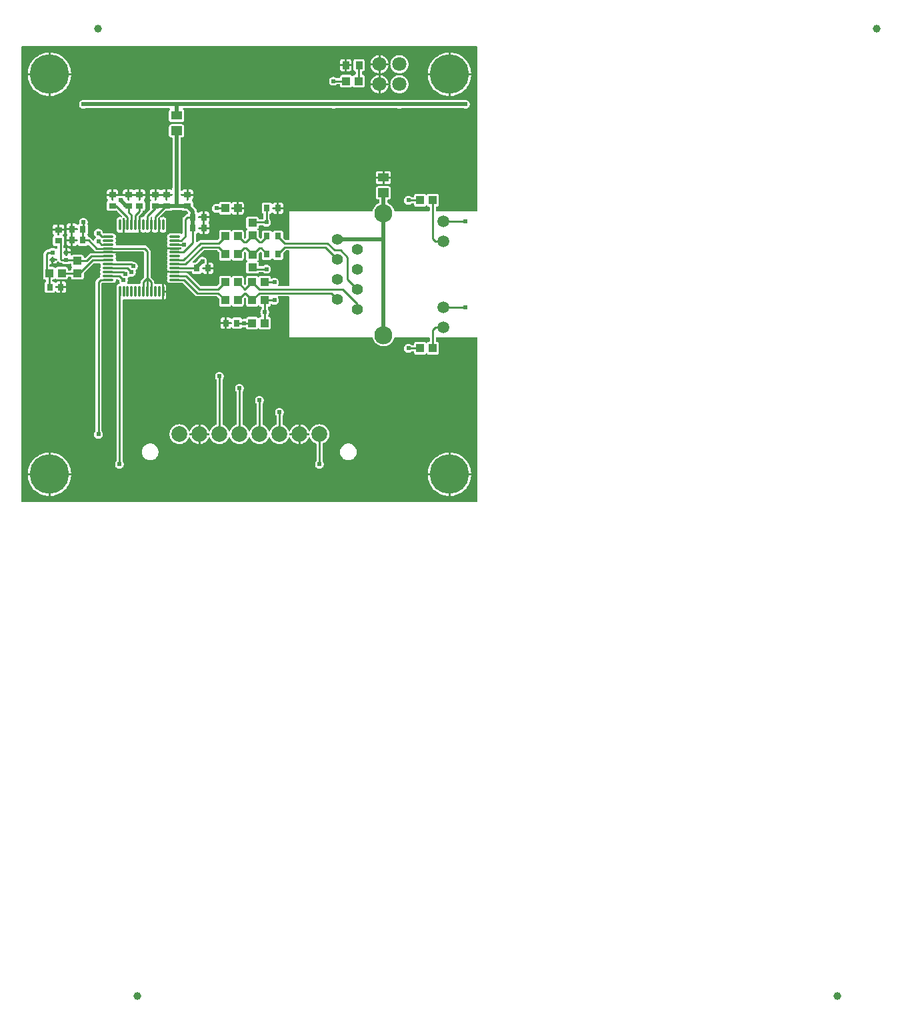
<source format=gtl>
G04 Layer: TopLayer*
G04 Panelize: V-CUT, Column: 2, Row: 2, Board Size: 58.42mm x 58.42mm, Panelized Board Size: 118.84mm x 118.84mm*
G04 EasyEDA v6.5.34, 2023-09-08 22:56:44*
G04 913679b3e6e84f05a743068e7cf01868,5a6b42c53f6a479593ecc07194224c93,10*
G04 Gerber Generator version 0.2*
G04 Scale: 100 percent, Rotated: No, Reflected: No *
G04 Dimensions in millimeters *
G04 leading zeros omitted , absolute positions ,4 integer and 5 decimal *
%FSLAX45Y45*%
%MOMM*%

%AMMACRO1*21,1,$1,$2,0,0,$3*%
%ADD10C,0.5000*%
%ADD11C,0.2540*%
%ADD12R,0.9000X0.8000*%
%ADD13R,1.3770X1.1325*%
%ADD14MACRO1,1.377X1.1325X0.0000*%
%ADD15R,1.0000X1.1000*%
%ADD16R,0.5850X0.5320*%
%ADD17R,0.8000X0.9000*%
%ADD18R,1.1000X1.0000*%
%ADD19R,0.8999X1.0000*%
%ADD20O,1.499997X0.27000199999999996*%
%ADD21O,0.27000199999999996X1.499997*%
%ADD22C,1.0000*%
%ADD23C,5.0000*%
%ADD24C,2.0000*%
%ADD25C,2.3000*%
%ADD26C,1.4000*%
%ADD27C,1.5000*%
%ADD28C,1.8000*%
%ADD29C,0.6096*%
%ADD30C,0.0106*%

%LPD*%
G36*
X2306218Y2769108D02*
G01*
X2302306Y2769870D01*
X2299004Y2772105D01*
X2144928Y2926181D01*
X2138730Y2931261D01*
X2132025Y2934817D01*
X2124811Y2937002D01*
X2116785Y2937814D01*
X2044039Y2937814D01*
X2038451Y2938322D01*
X2034286Y2939694D01*
X2031085Y2942691D01*
X2029409Y2946704D01*
X2029663Y2951124D01*
X2031695Y2954985D01*
X2035149Y2957626D01*
X2039467Y2958592D01*
X2178456Y2958592D01*
X2182114Y2957931D01*
X2185212Y2956001D01*
X2187498Y2953105D01*
X2188565Y2949549D01*
X2188921Y2946450D01*
X2190800Y2940964D01*
X2193899Y2936087D01*
X2198014Y2931972D01*
X2202891Y2928924D01*
X2208377Y2926994D01*
X2214676Y2926283D01*
X2293518Y2926283D01*
X2299868Y2926994D01*
X2305304Y2928924D01*
X2310231Y2931972D01*
X2314295Y2936087D01*
X2315514Y2937967D01*
X2318308Y2940913D01*
X2322068Y2942539D01*
X2326132Y2942539D01*
X2329891Y2940913D01*
X2332685Y2937967D01*
X2333904Y2936087D01*
X2337968Y2931972D01*
X2342896Y2928924D01*
X2348331Y2926994D01*
X2354681Y2926283D01*
X2381402Y2926283D01*
X2381402Y2984500D01*
X2330196Y2984500D01*
X2326284Y2985262D01*
X2322982Y2987497D01*
X2320798Y2990748D01*
X2320036Y2994660D01*
X2320036Y2999740D01*
X2320798Y3003651D01*
X2322982Y3006902D01*
X2326284Y3009138D01*
X2330196Y3009900D01*
X2381402Y3009900D01*
X2381402Y3072790D01*
X2380081Y3075838D01*
X2379827Y3079140D01*
X2380437Y3086100D01*
X2379573Y3095904D01*
X2377033Y3105353D01*
X2372918Y3114294D01*
X2367280Y3122320D01*
X2360320Y3129280D01*
X2352294Y3134918D01*
X2343353Y3139033D01*
X2333904Y3141573D01*
X2324100Y3142437D01*
X2314295Y3141573D01*
X2304846Y3139033D01*
X2295906Y3134918D01*
X2287879Y3129280D01*
X2280920Y3122320D01*
X2275281Y3114294D01*
X2271725Y3106572D01*
X2269693Y3103676D01*
X2237079Y3071063D01*
X2233777Y3068878D01*
X2229916Y3068116D01*
X2214676Y3068116D01*
X2207717Y3067304D01*
X2203602Y3067710D01*
X2199944Y3069742D01*
X2197455Y3072993D01*
X2196439Y3077057D01*
X2197150Y3081121D01*
X2199386Y3084626D01*
X2337104Y3222294D01*
X2340406Y3224530D01*
X2344318Y3225292D01*
X2507081Y3225292D01*
X2510993Y3224530D01*
X2514295Y3222294D01*
X2533497Y3203092D01*
X2535732Y3199790D01*
X2536494Y3195878D01*
X2536494Y3120593D01*
X2537206Y3114243D01*
X2539136Y3108807D01*
X2542184Y3103880D01*
X2546299Y3099816D01*
X2551176Y3096717D01*
X2556662Y3094786D01*
X2562961Y3094075D01*
X2661818Y3094075D01*
X2668168Y3094786D01*
X2673604Y3096717D01*
X2678531Y3099816D01*
X2682595Y3103880D01*
X2683814Y3105759D01*
X2686608Y3108706D01*
X2690368Y3110331D01*
X2694432Y3110331D01*
X2698191Y3108706D01*
X2700985Y3105759D01*
X2702204Y3103880D01*
X2706268Y3099816D01*
X2711196Y3096717D01*
X2716631Y3094786D01*
X2722981Y3094075D01*
X2821838Y3094075D01*
X2828137Y3094786D01*
X2833624Y3096717D01*
X2838500Y3099816D01*
X2842615Y3103880D01*
X2845663Y3108807D01*
X2847594Y3114243D01*
X2848305Y3120593D01*
X2848305Y3192068D01*
X2849067Y3195980D01*
X2851251Y3199282D01*
X2854147Y3202127D01*
X2857398Y3204311D01*
X2861310Y3205073D01*
X2865221Y3204311D01*
X2868472Y3202127D01*
X2875229Y3195370D01*
X2877413Y3192119D01*
X2878175Y3188208D01*
X2878175Y3116681D01*
X2878886Y3110331D01*
X2880817Y3104896D01*
X2883916Y3099968D01*
X2887980Y3095904D01*
X2889859Y3094685D01*
X2892806Y3091891D01*
X2894431Y3088132D01*
X2894431Y3084068D01*
X2892806Y3080308D01*
X2889859Y3077514D01*
X2887980Y3076295D01*
X2883916Y3072231D01*
X2880817Y3067304D01*
X2878886Y3061868D01*
X2878175Y3055518D01*
X2878175Y2956661D01*
X2878886Y2950362D01*
X2880817Y2944876D01*
X2883916Y2939999D01*
X2887980Y2935884D01*
X2892907Y2932836D01*
X2898343Y2930906D01*
X2904693Y2930194D01*
X3013506Y2930194D01*
X3019856Y2930906D01*
X3025292Y2932836D01*
X3030220Y2935884D01*
X3034284Y2939999D01*
X3037586Y2944164D01*
X3040583Y2945841D01*
X3043936Y2946400D01*
X3091992Y2946400D01*
X3095904Y2945638D01*
X3099206Y2943402D01*
X3100679Y2941929D01*
X3108706Y2936290D01*
X3117646Y2932176D01*
X3127095Y2929636D01*
X3136900Y2928772D01*
X3146704Y2929636D01*
X3156153Y2932176D01*
X3165094Y2936290D01*
X3173120Y2941929D01*
X3180080Y2948889D01*
X3185718Y2956915D01*
X3189833Y2965856D01*
X3192373Y2975305D01*
X3193237Y2985109D01*
X3192373Y2994914D01*
X3189833Y3004362D01*
X3185718Y3013303D01*
X3180080Y3021330D01*
X3173120Y3028289D01*
X3165094Y3033928D01*
X3156153Y3038043D01*
X3146704Y3040583D01*
X3136900Y3041446D01*
X3127095Y3040583D01*
X3117646Y3038043D01*
X3108706Y3033928D01*
X3100679Y3028289D01*
X3099003Y3026613D01*
X3095701Y3024378D01*
X3091789Y3023616D01*
X3050184Y3023616D01*
X3046272Y3024378D01*
X3042970Y3026613D01*
X3040786Y3029864D01*
X3040024Y3033776D01*
X3040024Y3055518D01*
X3039313Y3061868D01*
X3037382Y3067304D01*
X3034284Y3072231D01*
X3030220Y3076295D01*
X3028340Y3077514D01*
X3025394Y3080308D01*
X3023768Y3084068D01*
X3023768Y3088132D01*
X3025394Y3091891D01*
X3028340Y3094685D01*
X3030220Y3095904D01*
X3034284Y3099968D01*
X3037382Y3104896D01*
X3039313Y3110331D01*
X3040024Y3116681D01*
X3040024Y3184398D01*
X3040786Y3188309D01*
X3042970Y3191560D01*
X3053537Y3202127D01*
X3056788Y3204311D01*
X3060700Y3205073D01*
X3064611Y3204311D01*
X3067862Y3202127D01*
X3074212Y3195777D01*
X3076448Y3192475D01*
X3077210Y3188614D01*
X3077210Y3130550D01*
X3077921Y3124250D01*
X3079800Y3118764D01*
X3082899Y3113887D01*
X3087014Y3109772D01*
X3091891Y3106724D01*
X3097377Y3104794D01*
X3103676Y3104083D01*
X3182518Y3104083D01*
X3188868Y3104794D01*
X3194304Y3106724D01*
X3199231Y3109772D01*
X3203295Y3113887D01*
X3204514Y3115767D01*
X3207308Y3118713D01*
X3211068Y3120339D01*
X3215132Y3120339D01*
X3218891Y3118713D01*
X3221685Y3115767D01*
X3222904Y3113887D01*
X3226968Y3109772D01*
X3231896Y3106724D01*
X3237331Y3104794D01*
X3243681Y3104083D01*
X3322523Y3104083D01*
X3328822Y3104794D01*
X3334308Y3106724D01*
X3339185Y3109772D01*
X3343300Y3113887D01*
X3346399Y3118764D01*
X3348278Y3124250D01*
X3348990Y3130550D01*
X3348990Y3188614D01*
X3349751Y3192475D01*
X3351987Y3195777D01*
X3378504Y3222294D01*
X3381806Y3224530D01*
X3385718Y3225292D01*
X3418840Y3225292D01*
X3422751Y3224530D01*
X3426002Y3222294D01*
X3428237Y3219043D01*
X3429000Y3215132D01*
X3429000Y2779268D01*
X3428237Y2775356D01*
X3426002Y2772105D01*
X3422751Y2769870D01*
X3418840Y2769108D01*
X3291332Y2769108D01*
X3287014Y2770073D01*
X3283559Y2772714D01*
X3281527Y2776626D01*
X3281324Y2781046D01*
X3283000Y2785110D01*
X3287318Y2791206D01*
X3291433Y2800146D01*
X3293973Y2809595D01*
X3294837Y2819400D01*
X3293973Y2829204D01*
X3291433Y2838653D01*
X3287318Y2847594D01*
X3281679Y2855620D01*
X3274720Y2862580D01*
X3266694Y2868218D01*
X3257753Y2872333D01*
X3248304Y2874873D01*
X3238500Y2875737D01*
X3228695Y2874873D01*
X3219246Y2872333D01*
X3210306Y2868218D01*
X3207207Y2865983D01*
X3203346Y2864358D01*
X3199180Y2864408D01*
X3195370Y2866136D01*
X3192576Y2869234D01*
X3191256Y2873197D01*
X3190494Y2880156D01*
X3188563Y2885592D01*
X3185515Y2890520D01*
X3181400Y2894584D01*
X3176524Y2897682D01*
X3171037Y2899613D01*
X3164738Y2900324D01*
X3065881Y2900324D01*
X3059531Y2899613D01*
X3054096Y2897682D01*
X3049168Y2894584D01*
X3045104Y2890520D01*
X3043885Y2888640D01*
X3041091Y2885694D01*
X3037332Y2884068D01*
X3033268Y2884068D01*
X3029508Y2885694D01*
X3026714Y2888640D01*
X3025495Y2890520D01*
X3021431Y2894584D01*
X3016504Y2897682D01*
X3011068Y2899613D01*
X3004718Y2900324D01*
X2905861Y2900324D01*
X2899562Y2899613D01*
X2894076Y2897682D01*
X2889199Y2894584D01*
X2885084Y2890520D01*
X2882036Y2885592D01*
X2880106Y2880156D01*
X2879394Y2873806D01*
X2879394Y2802331D01*
X2878632Y2798419D01*
X2876397Y2795117D01*
X2871012Y2789732D01*
X2867710Y2787548D01*
X2863850Y2786735D01*
X2859938Y2787548D01*
X2856636Y2789732D01*
X2851251Y2795117D01*
X2849067Y2798368D01*
X2848305Y2802280D01*
X2848305Y2873806D01*
X2847594Y2880156D01*
X2845663Y2885592D01*
X2842615Y2890520D01*
X2838500Y2894584D01*
X2833624Y2897682D01*
X2828137Y2899613D01*
X2821838Y2900324D01*
X2722981Y2900324D01*
X2716631Y2899613D01*
X2711196Y2897682D01*
X2706268Y2894584D01*
X2702204Y2890520D01*
X2700985Y2888640D01*
X2698191Y2885694D01*
X2694432Y2884068D01*
X2690368Y2884068D01*
X2686608Y2885694D01*
X2683814Y2888640D01*
X2682595Y2890520D01*
X2678531Y2894584D01*
X2673604Y2897682D01*
X2668168Y2899613D01*
X2661818Y2900324D01*
X2562961Y2900324D01*
X2556662Y2899613D01*
X2551176Y2897682D01*
X2546299Y2894584D01*
X2542184Y2890520D01*
X2539136Y2885592D01*
X2537206Y2880156D01*
X2536494Y2873806D01*
X2536494Y2802331D01*
X2535732Y2798419D01*
X2533497Y2795117D01*
X2510485Y2772105D01*
X2507183Y2769870D01*
X2503271Y2769108D01*
G37*

%LPC*%
G36*
X2406802Y2926283D02*
G01*
X2433523Y2926283D01*
X2439822Y2926994D01*
X2445308Y2928924D01*
X2450185Y2931972D01*
X2454300Y2936087D01*
X2457399Y2940964D01*
X2459278Y2946450D01*
X2459990Y2952750D01*
X2459990Y2984500D01*
X2406802Y2984500D01*
G37*
G36*
X2406802Y3009900D02*
G01*
X2459990Y3009900D01*
X2459990Y3041650D01*
X2459278Y3047949D01*
X2457399Y3053435D01*
X2454300Y3058312D01*
X2450185Y3062427D01*
X2445308Y3065475D01*
X2439822Y3067405D01*
X2433523Y3068116D01*
X2406802Y3068116D01*
G37*

%LPD*%
G36*
X5805932Y25908D02*
G01*
X36068Y26416D01*
X32156Y27178D01*
X28905Y29362D01*
X26670Y32664D01*
X25908Y36576D01*
X25908Y5805932D01*
X26670Y5809843D01*
X28905Y5813094D01*
X32156Y5815330D01*
X36068Y5816092D01*
X5805932Y5816092D01*
X5809843Y5815330D01*
X5813094Y5813094D01*
X5815330Y5809843D01*
X5816092Y5805932D01*
X5816092Y3731260D01*
X5815330Y3727348D01*
X5813094Y3724097D01*
X5809843Y3721862D01*
X5805932Y3721100D01*
X5297678Y3721100D01*
X5293766Y3721862D01*
X5290515Y3724097D01*
X5288280Y3727348D01*
X5287518Y3731260D01*
X5287518Y3769715D01*
X5288178Y3773373D01*
X5290159Y3776573D01*
X5293106Y3778808D01*
X5296712Y3779824D01*
X5304739Y3780637D01*
X5310124Y3782517D01*
X5315000Y3785615D01*
X5319115Y3789679D01*
X5322163Y3794607D01*
X5324094Y3800043D01*
X5324805Y3806393D01*
X5324805Y3915206D01*
X5324094Y3921556D01*
X5322163Y3926992D01*
X5319115Y3931920D01*
X5315000Y3935984D01*
X5310124Y3939082D01*
X5304637Y3941013D01*
X5298338Y3941724D01*
X5199481Y3941724D01*
X5193131Y3941013D01*
X5187696Y3939082D01*
X5182768Y3935984D01*
X5178704Y3931920D01*
X5177485Y3930040D01*
X5174691Y3927094D01*
X5170932Y3925468D01*
X5166868Y3925468D01*
X5163108Y3927094D01*
X5160314Y3930040D01*
X5159095Y3931920D01*
X5155031Y3935984D01*
X5150104Y3939082D01*
X5144668Y3941013D01*
X5138318Y3941724D01*
X5039461Y3941724D01*
X5033162Y3941013D01*
X5027676Y3939082D01*
X5022799Y3935984D01*
X5018684Y3931920D01*
X5015636Y3926992D01*
X5013706Y3921556D01*
X5012994Y3915206D01*
X5012994Y3909568D01*
X5012232Y3905656D01*
X5010048Y3902405D01*
X5006746Y3900170D01*
X5002834Y3899408D01*
X4985308Y3899408D01*
X4981397Y3900170D01*
X4978095Y3902405D01*
X4976520Y3903979D01*
X4968494Y3909618D01*
X4959553Y3913733D01*
X4950104Y3916273D01*
X4940300Y3917137D01*
X4930495Y3916273D01*
X4921046Y3913733D01*
X4912106Y3909618D01*
X4904079Y3903979D01*
X4897120Y3897020D01*
X4891481Y3888994D01*
X4887366Y3880053D01*
X4884826Y3870604D01*
X4883962Y3860800D01*
X4884826Y3850995D01*
X4887366Y3841546D01*
X4891481Y3832606D01*
X4897120Y3824579D01*
X4904079Y3817620D01*
X4912106Y3811981D01*
X4921046Y3807866D01*
X4930495Y3805326D01*
X4940300Y3804462D01*
X4950104Y3805326D01*
X4959553Y3807866D01*
X4968494Y3811981D01*
X4976520Y3817620D01*
X4978095Y3819194D01*
X4981397Y3821429D01*
X4985308Y3822192D01*
X5002834Y3822192D01*
X5006746Y3821429D01*
X5010048Y3819194D01*
X5012232Y3815943D01*
X5012994Y3812032D01*
X5012994Y3806393D01*
X5013706Y3800043D01*
X5015636Y3794607D01*
X5018684Y3789679D01*
X5022799Y3785615D01*
X5027676Y3782517D01*
X5033162Y3780586D01*
X5039461Y3779875D01*
X5138318Y3779875D01*
X5144668Y3780586D01*
X5150104Y3782517D01*
X5155031Y3785615D01*
X5159095Y3789679D01*
X5160314Y3791559D01*
X5163108Y3794506D01*
X5166868Y3796131D01*
X5170932Y3796131D01*
X5174691Y3794506D01*
X5177485Y3791559D01*
X5178704Y3789679D01*
X5182768Y3785615D01*
X5187696Y3782517D01*
X5193080Y3780637D01*
X5201107Y3779824D01*
X5204714Y3778808D01*
X5207660Y3776573D01*
X5209641Y3773373D01*
X5210302Y3769715D01*
X5210302Y3731260D01*
X5209540Y3727348D01*
X5207304Y3724097D01*
X5204053Y3721862D01*
X5200142Y3721100D01*
X4769510Y3721100D01*
X4765294Y3722014D01*
X4761839Y3724605D01*
X4759756Y3728415D01*
X4755489Y3742944D01*
X4749241Y3757777D01*
X4741316Y3771747D01*
X4731867Y3784803D01*
X4720996Y3796639D01*
X4708855Y3807155D01*
X4695545Y3816248D01*
X4681321Y3823766D01*
X4676800Y3826408D01*
X4674514Y3829710D01*
X4673701Y3833672D01*
X4673701Y3861968D01*
X4674463Y3865879D01*
X4676698Y3869182D01*
X4679950Y3871366D01*
X4683861Y3872128D01*
X4691075Y3872128D01*
X4697425Y3872839D01*
X4702860Y3874770D01*
X4707788Y3877868D01*
X4711852Y3881932D01*
X4714951Y3886860D01*
X4716830Y3892296D01*
X4717542Y3898646D01*
X4717542Y4010761D01*
X4716830Y4017060D01*
X4714951Y4022496D01*
X4711852Y4027424D01*
X4707788Y4031487D01*
X4702860Y4034586D01*
X4697425Y4036517D01*
X4691075Y4037228D01*
X4554524Y4037228D01*
X4548225Y4036517D01*
X4542739Y4034586D01*
X4537862Y4031487D01*
X4533747Y4027424D01*
X4530648Y4022496D01*
X4528769Y4017060D01*
X4528058Y4010761D01*
X4528058Y3898646D01*
X4528769Y3892296D01*
X4530648Y3886860D01*
X4533747Y3881932D01*
X4537862Y3877868D01*
X4542739Y3874770D01*
X4548225Y3872839D01*
X4554524Y3872128D01*
X4561738Y3872128D01*
X4565599Y3871366D01*
X4568901Y3869182D01*
X4571136Y3865879D01*
X4571898Y3861968D01*
X4571898Y3833520D01*
X4571136Y3829761D01*
X4569053Y3826510D01*
X4565954Y3824274D01*
X4557064Y3820210D01*
X4543298Y3811879D01*
X4530547Y3802075D01*
X4519015Y3790848D01*
X4508804Y3778402D01*
X4500118Y3764889D01*
X4493006Y3750462D01*
X4487621Y3735273D01*
X4486148Y3728974D01*
X4484166Y3724910D01*
X4480661Y3722115D01*
X4476242Y3721100D01*
X3430015Y3721100D01*
X3429000Y3720084D01*
X3429000Y3363468D01*
X3428237Y3359556D01*
X3426002Y3356305D01*
X3422751Y3354070D01*
X3418840Y3353308D01*
X3385718Y3353308D01*
X3381806Y3354070D01*
X3378504Y3356305D01*
X3351987Y3382822D01*
X3349751Y3386124D01*
X3348990Y3389985D01*
X3348990Y3448050D01*
X3348278Y3454349D01*
X3346399Y3459835D01*
X3343300Y3464712D01*
X3339185Y3468827D01*
X3334308Y3471875D01*
X3328822Y3473805D01*
X3322523Y3474516D01*
X3243681Y3474516D01*
X3237331Y3473805D01*
X3231896Y3471875D01*
X3226968Y3468827D01*
X3222904Y3464712D01*
X3221685Y3462832D01*
X3218891Y3459886D01*
X3215132Y3458260D01*
X3211068Y3458260D01*
X3207308Y3459886D01*
X3204514Y3462832D01*
X3203295Y3464712D01*
X3199231Y3468827D01*
X3194304Y3471875D01*
X3188868Y3473805D01*
X3182518Y3474516D01*
X3103676Y3474516D01*
X3097377Y3473805D01*
X3091891Y3471875D01*
X3087014Y3468827D01*
X3082899Y3464712D01*
X3079800Y3459835D01*
X3077921Y3454349D01*
X3077210Y3448050D01*
X3077210Y3389985D01*
X3076448Y3386124D01*
X3074212Y3382822D01*
X3067862Y3376472D01*
X3064611Y3374288D01*
X3060700Y3373526D01*
X3056788Y3374288D01*
X3053537Y3376472D01*
X3042970Y3387039D01*
X3040786Y3390290D01*
X3040024Y3394201D01*
X3040024Y3461918D01*
X3039313Y3468268D01*
X3037382Y3473704D01*
X3034284Y3478631D01*
X3030220Y3482695D01*
X3028340Y3483914D01*
X3025394Y3486708D01*
X3023768Y3490468D01*
X3023768Y3494532D01*
X3025394Y3498291D01*
X3028340Y3501085D01*
X3030220Y3502304D01*
X3034284Y3506368D01*
X3037382Y3511296D01*
X3039313Y3516731D01*
X3040024Y3523081D01*
X3040024Y3532632D01*
X3040786Y3536543D01*
X3042970Y3539794D01*
X3046272Y3542029D01*
X3050184Y3542792D01*
X3091891Y3542792D01*
X3095802Y3542029D01*
X3099104Y3539794D01*
X3100679Y3538220D01*
X3108706Y3532581D01*
X3117646Y3528466D01*
X3127095Y3525926D01*
X3136900Y3525062D01*
X3146704Y3525926D01*
X3156153Y3528466D01*
X3165094Y3532581D01*
X3173120Y3538220D01*
X3180080Y3545179D01*
X3185718Y3553206D01*
X3189833Y3562146D01*
X3192373Y3571595D01*
X3193237Y3581400D01*
X3192373Y3591204D01*
X3189833Y3600653D01*
X3185718Y3609594D01*
X3180080Y3617620D01*
X3178505Y3619195D01*
X3176270Y3622497D01*
X3175508Y3626408D01*
X3175508Y3678428D01*
X3176168Y3682034D01*
X3178098Y3685184D01*
X3180994Y3687470D01*
X3184550Y3688537D01*
X3188868Y3688994D01*
X3194304Y3690924D01*
X3199231Y3693972D01*
X3203295Y3698087D01*
X3204514Y3699967D01*
X3207308Y3702913D01*
X3211068Y3704539D01*
X3215132Y3704539D01*
X3218891Y3702913D01*
X3221685Y3699967D01*
X3222904Y3698087D01*
X3226968Y3693972D01*
X3231896Y3690924D01*
X3237331Y3688994D01*
X3243681Y3688283D01*
X3270402Y3688283D01*
X3270402Y3746500D01*
X3219196Y3746500D01*
X3215284Y3747262D01*
X3211982Y3749497D01*
X3209798Y3752748D01*
X3209036Y3756660D01*
X3209036Y3761740D01*
X3209798Y3765651D01*
X3211982Y3768902D01*
X3215284Y3771137D01*
X3219196Y3771900D01*
X3270402Y3771900D01*
X3270402Y3830116D01*
X3243681Y3830116D01*
X3237331Y3829405D01*
X3231896Y3827475D01*
X3226968Y3824427D01*
X3222904Y3820312D01*
X3221685Y3818432D01*
X3218891Y3815486D01*
X3215132Y3813860D01*
X3211068Y3813860D01*
X3207308Y3815486D01*
X3204514Y3818432D01*
X3203295Y3820312D01*
X3199231Y3824427D01*
X3194304Y3827475D01*
X3188868Y3829405D01*
X3182518Y3830116D01*
X3103676Y3830116D01*
X3097377Y3829405D01*
X3091891Y3827475D01*
X3087014Y3824427D01*
X3082899Y3820312D01*
X3079800Y3815435D01*
X3077921Y3809949D01*
X3077210Y3803650D01*
X3077210Y3714750D01*
X3077921Y3708450D01*
X3079800Y3702964D01*
X3082899Y3698087D01*
X3086912Y3694074D01*
X3093364Y3690162D01*
X3096006Y3687876D01*
X3097682Y3684879D01*
X3098292Y3681476D01*
X3098292Y3630168D01*
X3097530Y3626256D01*
X3095294Y3623005D01*
X3092043Y3620770D01*
X3088132Y3620008D01*
X3049320Y3620008D01*
X3045206Y3620871D01*
X3041802Y3623310D01*
X3039668Y3626916D01*
X3037382Y3633774D01*
X3034284Y3638600D01*
X3030220Y3642715D01*
X3025292Y3645763D01*
X3019856Y3647694D01*
X3013506Y3648405D01*
X2904693Y3648405D01*
X2898343Y3647694D01*
X2892907Y3645763D01*
X2887980Y3642715D01*
X2883916Y3638600D01*
X2880817Y3633724D01*
X2878886Y3628237D01*
X2878175Y3621938D01*
X2878175Y3523081D01*
X2878886Y3516731D01*
X2880817Y3511296D01*
X2883916Y3506368D01*
X2887980Y3502304D01*
X2889859Y3501085D01*
X2892806Y3498291D01*
X2894431Y3494532D01*
X2894431Y3490468D01*
X2892806Y3486708D01*
X2889859Y3483914D01*
X2887980Y3482695D01*
X2883916Y3478631D01*
X2880817Y3473704D01*
X2878886Y3468268D01*
X2878175Y3461918D01*
X2878175Y3390442D01*
X2877413Y3386531D01*
X2875229Y3383229D01*
X2868472Y3376472D01*
X2865170Y3374288D01*
X2861259Y3373526D01*
X2857398Y3374288D01*
X2854096Y3376472D01*
X2851251Y3379317D01*
X2849067Y3382619D01*
X2848305Y3386480D01*
X2848305Y3458006D01*
X2847594Y3464356D01*
X2845663Y3469792D01*
X2842615Y3474720D01*
X2838500Y3478784D01*
X2833624Y3481882D01*
X2828137Y3483813D01*
X2821838Y3484524D01*
X2722981Y3484524D01*
X2716631Y3483813D01*
X2711196Y3481882D01*
X2706268Y3478784D01*
X2702204Y3474720D01*
X2700985Y3472840D01*
X2698191Y3469894D01*
X2694432Y3468268D01*
X2690368Y3468268D01*
X2686608Y3469894D01*
X2683814Y3472840D01*
X2682595Y3474720D01*
X2678531Y3478784D01*
X2673604Y3481882D01*
X2668168Y3483813D01*
X2661818Y3484524D01*
X2562961Y3484524D01*
X2556662Y3483813D01*
X2551176Y3481882D01*
X2546299Y3478784D01*
X2542184Y3474720D01*
X2539136Y3469792D01*
X2537206Y3464356D01*
X2536494Y3458006D01*
X2536494Y3382721D01*
X2535732Y3378809D01*
X2533497Y3375507D01*
X2514295Y3356305D01*
X2510993Y3354070D01*
X2507081Y3353308D01*
X2299208Y3353308D01*
X2291181Y3352495D01*
X2283968Y3350310D01*
X2277262Y3346754D01*
X2271064Y3341624D01*
X2259126Y3329736D01*
X2255875Y3327552D01*
X2251964Y3326790D01*
X2248052Y3327552D01*
X2244801Y3329736D01*
X2242566Y3333038D01*
X2241804Y3336950D01*
X2241804Y3425240D01*
X2242667Y3429304D01*
X2245055Y3432708D01*
X2248611Y3434842D01*
X2254504Y3436924D01*
X2259431Y3439972D01*
X2263495Y3444087D01*
X2264714Y3445967D01*
X2267508Y3448913D01*
X2271268Y3450539D01*
X2275332Y3450539D01*
X2279091Y3448913D01*
X2281885Y3445967D01*
X2283104Y3444087D01*
X2287168Y3439972D01*
X2292096Y3436924D01*
X2297531Y3434994D01*
X2303881Y3434283D01*
X2330602Y3434283D01*
X2330602Y3492500D01*
X2279396Y3492500D01*
X2275484Y3493262D01*
X2272182Y3495497D01*
X2269998Y3498748D01*
X2269236Y3502660D01*
X2269236Y3507740D01*
X2269998Y3511651D01*
X2272182Y3514902D01*
X2275484Y3517137D01*
X2279396Y3517900D01*
X2330602Y3517900D01*
X2330602Y3632200D01*
X2279396Y3632200D01*
X2275484Y3632962D01*
X2272182Y3635197D01*
X2269998Y3638448D01*
X2269236Y3642360D01*
X2269236Y3647440D01*
X2269998Y3651351D01*
X2272182Y3654602D01*
X2275484Y3656837D01*
X2279396Y3657600D01*
X2330602Y3657600D01*
X2330602Y3715816D01*
X2303881Y3715816D01*
X2297531Y3715105D01*
X2292096Y3713175D01*
X2287168Y3710127D01*
X2283104Y3706012D01*
X2281885Y3704132D01*
X2279091Y3701186D01*
X2275332Y3699560D01*
X2271268Y3699560D01*
X2267508Y3701186D01*
X2264714Y3704132D01*
X2263495Y3706012D01*
X2256383Y3712667D01*
X2254758Y3715512D01*
X2254097Y3718763D01*
X2253894Y3725621D01*
X2253335Y3729939D01*
X2252370Y3734257D01*
X2251049Y3738524D01*
X2249322Y3742588D01*
X2247290Y3746550D01*
X2244902Y3750310D01*
X2242210Y3753815D01*
X2239060Y3757269D01*
X2207463Y3788816D01*
X2205278Y3792118D01*
X2204516Y3795979D01*
X2204516Y3830218D01*
X2203805Y3836568D01*
X2201875Y3842004D01*
X2198827Y3846931D01*
X2194712Y3850995D01*
X2192832Y3852214D01*
X2189886Y3855008D01*
X2188260Y3858768D01*
X2188260Y3862832D01*
X2189886Y3866591D01*
X2192832Y3869385D01*
X2194712Y3870604D01*
X2198827Y3874668D01*
X2201875Y3879596D01*
X2203805Y3885031D01*
X2204516Y3891381D01*
X2204516Y3918102D01*
X2146300Y3918102D01*
X2146300Y3866896D01*
X2145538Y3862984D01*
X2143302Y3859682D01*
X2140051Y3857498D01*
X2136140Y3856736D01*
X2131060Y3856736D01*
X2127148Y3857498D01*
X2123897Y3859682D01*
X2121662Y3862984D01*
X2120900Y3866896D01*
X2120900Y3918102D01*
X2056688Y3918102D01*
X2052828Y3918864D01*
X2049525Y3921048D01*
X2047341Y3924350D01*
X2046528Y3928211D01*
X2046528Y3933291D01*
X2047290Y3937203D01*
X2049525Y3940505D01*
X2052777Y3942689D01*
X2056688Y3943502D01*
X2120900Y3943502D01*
X2120900Y3996690D01*
X2089150Y3996690D01*
X2082850Y3995978D01*
X2077364Y3994099D01*
X2072487Y3991000D01*
X2065172Y3983634D01*
X2060956Y3982110D01*
X2056485Y3982567D01*
X2052675Y3984904D01*
X2050186Y3988663D01*
X2049576Y3993083D01*
X2050237Y4000500D01*
X2049373Y4010304D01*
X2046681Y4020362D01*
X2046325Y4023004D01*
X2045004Y4649368D01*
X2045766Y4653280D01*
X2047951Y4656582D01*
X2051253Y4658766D01*
X2055164Y4659528D01*
X2062175Y4659528D01*
X2068525Y4660239D01*
X2073960Y4662170D01*
X2078888Y4665268D01*
X2082952Y4669332D01*
X2086051Y4674260D01*
X2087930Y4679696D01*
X2088642Y4686046D01*
X2088642Y4798161D01*
X2087930Y4804460D01*
X2086051Y4809896D01*
X2082952Y4814824D01*
X2078888Y4818888D01*
X2073960Y4821986D01*
X2068525Y4823917D01*
X2062175Y4824628D01*
X1925624Y4824628D01*
X1919325Y4823917D01*
X1913839Y4821986D01*
X1908962Y4818888D01*
X1904847Y4814824D01*
X1901748Y4809896D01*
X1899869Y4804460D01*
X1899157Y4798161D01*
X1899157Y4686046D01*
X1899869Y4679696D01*
X1901748Y4674260D01*
X1904847Y4669332D01*
X1908962Y4665268D01*
X1913839Y4662170D01*
X1919325Y4660239D01*
X1925624Y4659528D01*
X1933041Y4659528D01*
X1936902Y4658766D01*
X1940204Y4656582D01*
X1942388Y4653280D01*
X1943201Y4649419D01*
X1944522Y4029710D01*
X1943557Y4025392D01*
X1940966Y4019753D01*
X1938375Y4010253D01*
X1937664Y4002328D01*
X1936648Y3998823D01*
X1934514Y3995877D01*
X1931416Y3993896D01*
X1927809Y3993134D01*
X1924202Y3993692D01*
X1917649Y3995978D01*
X1911350Y3996690D01*
X1879600Y3996690D01*
X1879600Y3943502D01*
X1934565Y3943502D01*
X1938426Y3942740D01*
X1941728Y3940505D01*
X1943963Y3937254D01*
X1944725Y3933342D01*
X1944725Y3928262D01*
X1943963Y3924401D01*
X1941779Y3921048D01*
X1938477Y3918864D01*
X1934565Y3918102D01*
X1879600Y3918102D01*
X1879600Y3866896D01*
X1878838Y3862984D01*
X1876602Y3859682D01*
X1873351Y3857498D01*
X1869439Y3856736D01*
X1864360Y3856736D01*
X1860448Y3857498D01*
X1857197Y3859682D01*
X1854962Y3862984D01*
X1854200Y3866896D01*
X1854200Y3918102D01*
X1739900Y3918102D01*
X1739900Y3866896D01*
X1739138Y3862984D01*
X1736902Y3859682D01*
X1733651Y3857498D01*
X1729739Y3856736D01*
X1724660Y3856736D01*
X1720748Y3857498D01*
X1717497Y3859682D01*
X1715262Y3862984D01*
X1714500Y3866896D01*
X1714500Y3918102D01*
X1656283Y3918102D01*
X1656283Y3891381D01*
X1656994Y3885031D01*
X1658924Y3879596D01*
X1661972Y3874668D01*
X1666087Y3870604D01*
X1667967Y3869385D01*
X1670913Y3866591D01*
X1672539Y3862832D01*
X1672539Y3858768D01*
X1670913Y3855008D01*
X1667967Y3852214D01*
X1666087Y3850995D01*
X1661972Y3846931D01*
X1658924Y3842004D01*
X1656994Y3836568D01*
X1656283Y3830218D01*
X1656283Y3751376D01*
X1656486Y3745585D01*
X1655470Y3742740D01*
X1653692Y3740302D01*
X1597456Y3684066D01*
X1592326Y3677818D01*
X1588770Y3671163D01*
X1586585Y3663950D01*
X1586128Y3659124D01*
X1584960Y3655314D01*
X1582420Y3652265D01*
X1578965Y3650386D01*
X1566722Y3649268D01*
X1559356Y3647033D01*
X1554226Y3644290D01*
X1551076Y3643223D01*
X1547774Y3643223D01*
X1544624Y3644290D01*
X1539494Y3647084D01*
X1537106Y3647795D01*
X1537106Y3624224D01*
X1536700Y3621278D01*
X1535785Y3618382D01*
X1534972Y3610203D01*
X1534972Y3488182D01*
X1535785Y3480003D01*
X1536700Y3477107D01*
X1537106Y3474161D01*
X1537106Y3450640D01*
X1539494Y3451351D01*
X1544624Y3454095D01*
X1547723Y3455162D01*
X1551025Y3455162D01*
X1554175Y3454095D01*
X1559356Y3451301D01*
X1566722Y3449065D01*
X1574393Y3448304D01*
X1582064Y3449065D01*
X1589481Y3451301D01*
X1594612Y3454095D01*
X1597761Y3455162D01*
X1601063Y3455162D01*
X1604213Y3454095D01*
X1609344Y3451351D01*
X1616710Y3449116D01*
X1624431Y3448354D01*
X1632102Y3449116D01*
X1639468Y3451351D01*
X1644599Y3454095D01*
X1647748Y3455162D01*
X1651050Y3455162D01*
X1654200Y3454095D01*
X1659331Y3451301D01*
X1661718Y3450590D01*
X1661718Y3474161D01*
X1662125Y3477107D01*
X1663039Y3480003D01*
X1663801Y3488182D01*
X1663801Y3610203D01*
X1662988Y3618941D01*
X1662988Y3636213D01*
X1663801Y3640074D01*
X1665986Y3643376D01*
X1668475Y3645865D01*
X1671726Y3648049D01*
X1675638Y3648811D01*
X1679498Y3648049D01*
X1682800Y3645865D01*
X1685036Y3642563D01*
X1685798Y3638651D01*
X1685747Y3617722D01*
X1684985Y3610203D01*
X1684985Y3488182D01*
X1685798Y3480003D01*
X1687118Y3474262D01*
X1687118Y3450590D01*
X1689455Y3451301D01*
X1694637Y3454095D01*
X1697786Y3455162D01*
X1701088Y3455162D01*
X1704187Y3454095D01*
X1709369Y3451351D01*
X1716735Y3449116D01*
X1724406Y3448354D01*
X1732076Y3449116D01*
X1739493Y3451351D01*
X1744624Y3454095D01*
X1747723Y3455162D01*
X1751025Y3455162D01*
X1754174Y3454095D01*
X1759356Y3451301D01*
X1761693Y3450590D01*
X1761693Y3474161D01*
X1762150Y3477107D01*
X1763014Y3480003D01*
X1763826Y3488182D01*
X1763826Y3610203D01*
X1763014Y3618941D01*
X1763014Y3634587D01*
X1763775Y3638499D01*
X1766011Y3641801D01*
X1769770Y3645560D01*
X1773072Y3647744D01*
X1776933Y3648557D01*
X1780844Y3647744D01*
X1784146Y3645560D01*
X1786331Y3642258D01*
X1787093Y3638397D01*
X1787093Y3624122D01*
X1785823Y3618382D01*
X1785010Y3610203D01*
X1785010Y3488182D01*
X1785823Y3480003D01*
X1787093Y3474262D01*
X1787093Y3450590D01*
X1789480Y3451301D01*
X1794611Y3454095D01*
X1797761Y3455162D01*
X1801063Y3455162D01*
X1804212Y3454095D01*
X1809343Y3451351D01*
X1816709Y3449116D01*
X1824431Y3448354D01*
X1832102Y3449116D01*
X1839468Y3451351D01*
X1846275Y3454958D01*
X1852269Y3459886D01*
X1857146Y3465829D01*
X1860753Y3472637D01*
X1863039Y3480003D01*
X1863801Y3488182D01*
X1863801Y3610203D01*
X1863039Y3618382D01*
X1860753Y3625748D01*
X1857146Y3632555D01*
X1852269Y3638550D01*
X1846275Y3643426D01*
X1839468Y3647084D01*
X1832102Y3649319D01*
X1824431Y3650081D01*
X1816709Y3649319D01*
X1809343Y3647084D01*
X1804162Y3644290D01*
X1801063Y3643223D01*
X1797761Y3643223D01*
X1794611Y3644290D01*
X1789684Y3646932D01*
X1786737Y3649319D01*
X1784857Y3652570D01*
X1784299Y3656279D01*
X1785162Y3659987D01*
X1787296Y3663086D01*
X1846122Y3721912D01*
X1849424Y3724148D01*
X1853285Y3724910D01*
X1911350Y3724910D01*
X1917649Y3725621D01*
X1923135Y3727500D01*
X1928012Y3730599D01*
X1934565Y3737559D01*
X1937562Y3739235D01*
X1940915Y3739794D01*
X1970125Y3739794D01*
X1974392Y3738829D01*
X1976729Y3737762D01*
X1986229Y3735222D01*
X1995982Y3734358D01*
X2005787Y3735222D01*
X2015286Y3737762D01*
X2017623Y3738829D01*
X2021890Y3739794D01*
X2059584Y3739794D01*
X2062937Y3739235D01*
X2065934Y3737559D01*
X2068372Y3734714D01*
X2072487Y3730599D01*
X2077364Y3727500D01*
X2082850Y3725621D01*
X2089150Y3724910D01*
X2123186Y3724910D01*
X2127097Y3724148D01*
X2130399Y3721912D01*
X2138629Y3713683D01*
X2140559Y3710940D01*
X2141524Y3707637D01*
X2141321Y3704234D01*
X2138121Y3695649D01*
X2137714Y3691940D01*
X2136749Y3688638D01*
X2134717Y3685844D01*
X2131923Y3683863D01*
X2128621Y3682949D01*
X2126081Y3682695D01*
X2118868Y3680510D01*
X2112162Y3676954D01*
X2105964Y3671824D01*
X2081275Y3647135D01*
X2076145Y3640937D01*
X2072589Y3634232D01*
X2070404Y3627018D01*
X2069592Y3618992D01*
X2069592Y3442563D01*
X2068728Y3438499D01*
X2066340Y3435096D01*
X2062784Y3432962D01*
X2058619Y3432454D01*
X2054656Y3433622D01*
X2050948Y3435553D01*
X2043582Y3437788D01*
X2035403Y3438601D01*
X1913382Y3438601D01*
X1905203Y3437788D01*
X1897837Y3435553D01*
X1891030Y3431946D01*
X1885035Y3427018D01*
X1880158Y3421075D01*
X1876501Y3414268D01*
X1874266Y3406901D01*
X1873504Y3399231D01*
X1874266Y3391509D01*
X1876501Y3384143D01*
X1879295Y3379012D01*
X1880362Y3375863D01*
X1880362Y3372561D01*
X1879295Y3369411D01*
X1876501Y3364229D01*
X1874266Y3356864D01*
X1873504Y3349193D01*
X1874266Y3341522D01*
X1876501Y3334105D01*
X1879244Y3328974D01*
X1880311Y3325876D01*
X1880311Y3322523D01*
X1879244Y3319424D01*
X1876501Y3314293D01*
X1874266Y3306876D01*
X1873504Y3299206D01*
X1874266Y3291535D01*
X1876501Y3284169D01*
X1879295Y3278987D01*
X1880362Y3275838D01*
X1880362Y3272536D01*
X1879295Y3269386D01*
X1876501Y3264255D01*
X1875789Y3261867D01*
X1899513Y3261867D01*
X1905203Y3260598D01*
X1913382Y3259785D01*
X2035403Y3259785D01*
X2043938Y3260598D01*
X2047798Y3260598D01*
X2051557Y3259886D01*
X2054809Y3257803D01*
X2057501Y3255264D01*
X2059787Y3252012D01*
X2060651Y3248101D01*
X2059939Y3244138D01*
X2057755Y3240786D01*
X2054453Y3238550D01*
X2050491Y3237738D01*
X2043836Y3237788D01*
X2035403Y3238601D01*
X1913382Y3238601D01*
X1905203Y3237788D01*
X1902256Y3236925D01*
X1899310Y3236468D01*
X1875789Y3236468D01*
X1876501Y3234131D01*
X1879244Y3229000D01*
X1880311Y3225850D01*
X1880311Y3222548D01*
X1879244Y3219399D01*
X1876501Y3214268D01*
X1874266Y3206902D01*
X1873504Y3199231D01*
X1874266Y3191510D01*
X1876501Y3184144D01*
X1879295Y3179013D01*
X1880362Y3175863D01*
X1880362Y3172561D01*
X1879295Y3169412D01*
X1876501Y3164230D01*
X1874266Y3156864D01*
X1873504Y3149193D01*
X1874266Y3141522D01*
X1876501Y3134106D01*
X1879244Y3128975D01*
X1880311Y3125876D01*
X1880311Y3122523D01*
X1879244Y3119424D01*
X1876501Y3114294D01*
X1874266Y3106877D01*
X1873504Y3099206D01*
X1874266Y3091535D01*
X1876501Y3084169D01*
X1879295Y3078988D01*
X1880362Y3075838D01*
X1880362Y3072536D01*
X1879295Y3069386D01*
X1876501Y3064256D01*
X1874266Y3056890D01*
X1873504Y3049168D01*
X1874266Y3041497D01*
X1876501Y3034131D01*
X1879244Y3029000D01*
X1880311Y3025851D01*
X1880311Y3022549D01*
X1879244Y3019399D01*
X1876501Y3014268D01*
X1874266Y3006902D01*
X1873504Y2999232D01*
X1874266Y2991510D01*
X1876501Y2984144D01*
X1879295Y2979013D01*
X1880362Y2975864D01*
X1880362Y2972562D01*
X1879295Y2969412D01*
X1876501Y2964230D01*
X1875789Y2961894D01*
X1899513Y2961894D01*
X1905203Y2960624D01*
X1913382Y2959811D01*
X1965960Y2959811D01*
X1974088Y2958846D01*
X1978202Y2957423D01*
X1981301Y2954375D01*
X1982876Y2950311D01*
X1982571Y2945993D01*
X1980539Y2942183D01*
X1977085Y2939542D01*
X1972818Y2938627D01*
X1913382Y2938627D01*
X1905203Y2937814D01*
X1902256Y2936951D01*
X1899310Y2936494D01*
X1875789Y2936494D01*
X1876501Y2934106D01*
X1879244Y2928975D01*
X1880311Y2925876D01*
X1880311Y2922524D01*
X1879244Y2919425D01*
X1876501Y2914294D01*
X1874266Y2906877D01*
X1873504Y2899206D01*
X1874266Y2891536D01*
X1876501Y2884170D01*
X1879295Y2878988D01*
X1880362Y2875838D01*
X1880362Y2872536D01*
X1879295Y2869387D01*
X1876501Y2864256D01*
X1874266Y2856890D01*
X1873504Y2849168D01*
X1874266Y2841498D01*
X1876501Y2834132D01*
X1880158Y2827324D01*
X1885035Y2821381D01*
X1891030Y2816453D01*
X1897837Y2812846D01*
X1905203Y2810611D01*
X1913382Y2809798D01*
X2035403Y2809798D01*
X2044090Y2810611D01*
X2070912Y2810611D01*
X2074773Y2809798D01*
X2078075Y2807614D01*
X2232964Y2652776D01*
X2239162Y2647645D01*
X2245868Y2644089D01*
X2253081Y2641904D01*
X2261108Y2641092D01*
X2503271Y2641092D01*
X2507183Y2640330D01*
X2510485Y2638094D01*
X2533497Y2615082D01*
X2535732Y2611780D01*
X2536494Y2607868D01*
X2536494Y2536393D01*
X2537206Y2530043D01*
X2539136Y2524607D01*
X2542184Y2519680D01*
X2546299Y2515616D01*
X2551176Y2512517D01*
X2556662Y2510586D01*
X2562961Y2509875D01*
X2661818Y2509875D01*
X2668168Y2510586D01*
X2673604Y2512517D01*
X2678531Y2515616D01*
X2682595Y2519680D01*
X2683814Y2521559D01*
X2686608Y2524506D01*
X2690368Y2526131D01*
X2694432Y2526131D01*
X2698191Y2524506D01*
X2700985Y2521559D01*
X2702204Y2519680D01*
X2706268Y2515616D01*
X2711196Y2512517D01*
X2716631Y2510586D01*
X2722981Y2509875D01*
X2821838Y2509875D01*
X2828137Y2510586D01*
X2833624Y2512517D01*
X2838500Y2515616D01*
X2842615Y2519680D01*
X2845663Y2524607D01*
X2847594Y2530043D01*
X2848305Y2536393D01*
X2848305Y2607919D01*
X2849067Y2611780D01*
X2851251Y2615082D01*
X2856687Y2620467D01*
X2859938Y2622702D01*
X2863850Y2623464D01*
X2867761Y2622702D01*
X2871012Y2620467D01*
X2876448Y2615082D01*
X2878632Y2611780D01*
X2879394Y2607919D01*
X2879394Y2536393D01*
X2880106Y2530043D01*
X2882036Y2524607D01*
X2885084Y2519680D01*
X2889199Y2515616D01*
X2894076Y2512517D01*
X2899562Y2510586D01*
X2905861Y2509875D01*
X3004718Y2509875D01*
X3011068Y2510586D01*
X3016504Y2512517D01*
X3021431Y2515616D01*
X3025495Y2519680D01*
X3026714Y2521559D01*
X3029508Y2524506D01*
X3033268Y2526131D01*
X3037332Y2526131D01*
X3041091Y2524506D01*
X3043885Y2521559D01*
X3045104Y2519680D01*
X3049168Y2515616D01*
X3054096Y2512517D01*
X3059480Y2510637D01*
X3067507Y2509824D01*
X3071114Y2508808D01*
X3074060Y2506573D01*
X3076041Y2503373D01*
X3076702Y2499715D01*
X3076702Y2483205D01*
X3075940Y2479294D01*
X3073704Y2475992D01*
X3072130Y2474417D01*
X3066491Y2466390D01*
X3062376Y2457450D01*
X3059836Y2448001D01*
X3058972Y2438196D01*
X3059836Y2428392D01*
X3062376Y2418943D01*
X3066491Y2410002D01*
X3072130Y2401976D01*
X3073704Y2400401D01*
X3075940Y2397099D01*
X3076702Y2393188D01*
X3076702Y2389784D01*
X3076041Y2386126D01*
X3074060Y2382926D01*
X3071114Y2380691D01*
X3067507Y2379675D01*
X3059480Y2378862D01*
X3054096Y2376982D01*
X3049168Y2373884D01*
X3045104Y2369820D01*
X3043885Y2367940D01*
X3041091Y2364994D01*
X3037332Y2363368D01*
X3033268Y2363368D01*
X3029508Y2364994D01*
X3026714Y2367940D01*
X3025495Y2369820D01*
X3021431Y2373884D01*
X3016504Y2376982D01*
X3011068Y2378913D01*
X3004718Y2379624D01*
X2905861Y2379624D01*
X2899562Y2378913D01*
X2894076Y2376982D01*
X2889199Y2373884D01*
X2885084Y2369820D01*
X2882036Y2364892D01*
X2880207Y2359710D01*
X2878328Y2356408D01*
X2875330Y2354072D01*
X2871724Y2352954D01*
X2867964Y2353259D01*
X2864459Y2354173D01*
X2854655Y2355037D01*
X2844850Y2354173D01*
X2836062Y2351836D01*
X2831795Y2351633D01*
X2827832Y2353208D01*
X2824835Y2356256D01*
X2822600Y2359812D01*
X2818485Y2363927D01*
X2813608Y2366975D01*
X2808122Y2368905D01*
X2801823Y2369616D01*
X2722981Y2369616D01*
X2716631Y2368905D01*
X2711196Y2366975D01*
X2706268Y2363927D01*
X2702204Y2359812D01*
X2700985Y2357932D01*
X2698191Y2354986D01*
X2694432Y2353360D01*
X2690368Y2353360D01*
X2686608Y2354986D01*
X2683814Y2357932D01*
X2682595Y2359812D01*
X2678531Y2363927D01*
X2673604Y2366975D01*
X2668168Y2368905D01*
X2661818Y2369616D01*
X2635097Y2369616D01*
X2635097Y2311400D01*
X2686304Y2311400D01*
X2690215Y2310638D01*
X2693517Y2308402D01*
X2695702Y2305151D01*
X2696464Y2301240D01*
X2696464Y2296160D01*
X2695702Y2292248D01*
X2693517Y2288997D01*
X2690215Y2286762D01*
X2686304Y2286000D01*
X2635097Y2286000D01*
X2635097Y2227783D01*
X2661818Y2227783D01*
X2668168Y2228494D01*
X2673604Y2230424D01*
X2678531Y2233472D01*
X2682595Y2237587D01*
X2683814Y2239467D01*
X2686608Y2242413D01*
X2690368Y2244039D01*
X2694432Y2244039D01*
X2698191Y2242413D01*
X2700985Y2239467D01*
X2702204Y2237587D01*
X2706268Y2233472D01*
X2711196Y2230424D01*
X2716631Y2228494D01*
X2722981Y2227783D01*
X2801823Y2227783D01*
X2808122Y2228494D01*
X2813608Y2230424D01*
X2818485Y2233472D01*
X2822600Y2237587D01*
X2824835Y2241143D01*
X2827832Y2244191D01*
X2831795Y2245766D01*
X2836062Y2245563D01*
X2844850Y2243226D01*
X2854655Y2242362D01*
X2864459Y2243226D01*
X2867964Y2244140D01*
X2871724Y2244445D01*
X2875330Y2243328D01*
X2878328Y2240991D01*
X2880207Y2237689D01*
X2882036Y2232507D01*
X2885084Y2227580D01*
X2889199Y2223516D01*
X2894076Y2220417D01*
X2899562Y2218486D01*
X2905861Y2217775D01*
X3004718Y2217775D01*
X3011068Y2218486D01*
X3016504Y2220417D01*
X3021431Y2223516D01*
X3025495Y2227580D01*
X3026714Y2229459D01*
X3029508Y2232406D01*
X3033268Y2234031D01*
X3037332Y2234031D01*
X3041091Y2232406D01*
X3043885Y2229459D01*
X3045104Y2227580D01*
X3049168Y2223516D01*
X3054096Y2220417D01*
X3059531Y2218486D01*
X3065881Y2217775D01*
X3164738Y2217775D01*
X3171037Y2218486D01*
X3176524Y2220417D01*
X3181400Y2223516D01*
X3185515Y2227580D01*
X3188563Y2232507D01*
X3190494Y2237943D01*
X3191205Y2244293D01*
X3191205Y2353106D01*
X3190494Y2359456D01*
X3188563Y2364892D01*
X3185515Y2369820D01*
X3181400Y2373884D01*
X3176524Y2376982D01*
X3171139Y2378862D01*
X3163112Y2379675D01*
X3159506Y2380691D01*
X3156559Y2382926D01*
X3154578Y2386126D01*
X3153918Y2389784D01*
X3153918Y2393188D01*
X3154680Y2397099D01*
X3156915Y2400401D01*
X3158490Y2401976D01*
X3164128Y2410002D01*
X3168243Y2418943D01*
X3170783Y2428392D01*
X3171647Y2438196D01*
X3170783Y2448001D01*
X3168243Y2457450D01*
X3164128Y2466390D01*
X3158490Y2474417D01*
X3156915Y2475992D01*
X3154680Y2479294D01*
X3153918Y2483205D01*
X3153918Y2499715D01*
X3154578Y2503373D01*
X3156559Y2506573D01*
X3159506Y2508808D01*
X3163112Y2509824D01*
X3171139Y2510637D01*
X3176524Y2512517D01*
X3181400Y2515616D01*
X3185515Y2519680D01*
X3188563Y2524607D01*
X3190494Y2530043D01*
X3191256Y2536952D01*
X3192576Y2540863D01*
X3195320Y2543962D01*
X3199079Y2545689D01*
X3203244Y2545791D01*
X3207105Y2544216D01*
X3210255Y2542032D01*
X3219246Y2537866D01*
X3228695Y2535326D01*
X3238500Y2534462D01*
X3248304Y2535326D01*
X3257753Y2537866D01*
X3266694Y2541981D01*
X3274720Y2547620D01*
X3281679Y2554579D01*
X3287318Y2562606D01*
X3291433Y2571546D01*
X3293973Y2580995D01*
X3294837Y2590800D01*
X3293973Y2600604D01*
X3291433Y2610053D01*
X3287318Y2618994D01*
X3283000Y2625090D01*
X3281324Y2629154D01*
X3281527Y2633573D01*
X3283559Y2637485D01*
X3287014Y2640126D01*
X3291332Y2641092D01*
X3418840Y2641092D01*
X3422751Y2640330D01*
X3426002Y2638094D01*
X3428237Y2634843D01*
X3429000Y2630932D01*
X3429000Y2121916D01*
X3430015Y2120900D01*
X4476292Y2120900D01*
X4480712Y2119884D01*
X4484217Y2117090D01*
X4486198Y2113026D01*
X4487621Y2106930D01*
X4493006Y2091740D01*
X4500118Y2077313D01*
X4508804Y2063800D01*
X4519015Y2051354D01*
X4530547Y2040128D01*
X4543298Y2030323D01*
X4557064Y2021992D01*
X4571695Y2015286D01*
X4586986Y2010359D01*
X4602734Y2007158D01*
X4618786Y2005787D01*
X4634839Y2006244D01*
X4650790Y2008530D01*
X4666335Y2012594D01*
X4681321Y2018436D01*
X4695545Y2025954D01*
X4708855Y2035048D01*
X4720996Y2045563D01*
X4731867Y2057400D01*
X4741316Y2070455D01*
X4749241Y2084425D01*
X4755489Y2099259D01*
X4759706Y2113584D01*
X4761788Y2117394D01*
X4765243Y2119985D01*
X4769459Y2120900D01*
X5200142Y2120900D01*
X5204053Y2120138D01*
X5207304Y2117902D01*
X5209540Y2114651D01*
X5210302Y2110740D01*
X5210302Y2072284D01*
X5209641Y2068626D01*
X5207660Y2065426D01*
X5204714Y2063191D01*
X5201107Y2062175D01*
X5193080Y2061362D01*
X5187696Y2059482D01*
X5182768Y2056384D01*
X5178704Y2052320D01*
X5177485Y2050440D01*
X5174691Y2047493D01*
X5170932Y2045868D01*
X5166868Y2045868D01*
X5163108Y2047493D01*
X5160314Y2050440D01*
X5159095Y2052320D01*
X5155031Y2056384D01*
X5150104Y2059482D01*
X5144668Y2061413D01*
X5138318Y2062124D01*
X5039461Y2062124D01*
X5033162Y2061413D01*
X5027676Y2059482D01*
X5022799Y2056384D01*
X5018684Y2052320D01*
X5015636Y2047392D01*
X5013706Y2041956D01*
X5012994Y2035606D01*
X5012994Y2029968D01*
X5012232Y2026056D01*
X5010048Y2022805D01*
X5006746Y2020570D01*
X5002834Y2019807D01*
X4985308Y2019807D01*
X4981397Y2020570D01*
X4978095Y2022805D01*
X4976520Y2024380D01*
X4968494Y2030018D01*
X4959553Y2034133D01*
X4950104Y2036673D01*
X4940300Y2037537D01*
X4930495Y2036673D01*
X4921046Y2034133D01*
X4912106Y2030018D01*
X4904079Y2024380D01*
X4897120Y2017420D01*
X4891481Y2009393D01*
X4887366Y2000453D01*
X4884826Y1991004D01*
X4883962Y1981200D01*
X4884826Y1971395D01*
X4887366Y1961946D01*
X4891481Y1953006D01*
X4897120Y1944979D01*
X4904079Y1938020D01*
X4912106Y1932381D01*
X4921046Y1928266D01*
X4930495Y1925726D01*
X4940300Y1924862D01*
X4950104Y1925726D01*
X4959553Y1928266D01*
X4968494Y1932381D01*
X4976520Y1938020D01*
X4978095Y1939594D01*
X4981397Y1941830D01*
X4985308Y1942592D01*
X5002834Y1942592D01*
X5006746Y1941830D01*
X5010048Y1939594D01*
X5012232Y1936343D01*
X5012994Y1932432D01*
X5012994Y1926793D01*
X5013706Y1920443D01*
X5015636Y1915007D01*
X5018684Y1910080D01*
X5022799Y1906016D01*
X5027676Y1902917D01*
X5033162Y1900986D01*
X5039461Y1900275D01*
X5138318Y1900275D01*
X5144668Y1900986D01*
X5150104Y1902917D01*
X5155031Y1906016D01*
X5159095Y1910080D01*
X5160314Y1911959D01*
X5163108Y1914906D01*
X5166868Y1916531D01*
X5170932Y1916531D01*
X5174691Y1914906D01*
X5177485Y1911959D01*
X5178704Y1910080D01*
X5182768Y1906016D01*
X5187696Y1902917D01*
X5193131Y1900986D01*
X5199481Y1900275D01*
X5298338Y1900275D01*
X5304637Y1900986D01*
X5310124Y1902917D01*
X5315000Y1906016D01*
X5319115Y1910080D01*
X5322163Y1915007D01*
X5324094Y1920443D01*
X5324805Y1926793D01*
X5324805Y2035606D01*
X5324094Y2041956D01*
X5322163Y2047392D01*
X5319115Y2052320D01*
X5315000Y2056384D01*
X5310124Y2059482D01*
X5304739Y2061362D01*
X5296712Y2062175D01*
X5293106Y2063191D01*
X5290159Y2065426D01*
X5288178Y2068626D01*
X5287518Y2072284D01*
X5287518Y2110740D01*
X5288280Y2114651D01*
X5290515Y2117902D01*
X5293766Y2120138D01*
X5297678Y2120900D01*
X5805932Y2120900D01*
X5809843Y2120138D01*
X5813094Y2117902D01*
X5815330Y2114651D01*
X5816092Y2110740D01*
X5816092Y36068D01*
X5815330Y32207D01*
X5813094Y28905D01*
X5809843Y26670D01*
G37*

%LPC*%
G36*
X4584700Y5600700D02*
G01*
X4687112Y5600700D01*
X4686960Y5602528D01*
X4684268Y5616803D01*
X4679746Y5630672D01*
X4673549Y5643829D01*
X4665776Y5656122D01*
X4656480Y5667349D01*
X4645863Y5677306D01*
X4634077Y5685840D01*
X4621326Y5692851D01*
X4607814Y5698236D01*
X4593691Y5701842D01*
X4584700Y5702960D01*
G37*
G36*
X393700Y105562D02*
G01*
X398322Y105664D01*
X421284Y108051D01*
X443992Y112369D01*
X466242Y118618D01*
X487934Y126644D01*
X508812Y136499D01*
X528828Y148031D01*
X547827Y161239D01*
X565607Y175971D01*
X582117Y192125D01*
X597204Y209600D01*
X610819Y228295D01*
X622757Y248107D01*
X633018Y268782D01*
X641553Y290271D01*
X648208Y312369D01*
X653034Y334975D01*
X655929Y357936D01*
X656336Y368300D01*
X393700Y368300D01*
G37*
G36*
X5448300Y105613D02*
G01*
X5448300Y368300D01*
X5185410Y368300D01*
X5187289Y346405D01*
X5191150Y323646D01*
X5196890Y301244D01*
X5204460Y279450D01*
X5213858Y258317D01*
X5224983Y238099D01*
X5237784Y218846D01*
X5252161Y200710D01*
X5267960Y183896D01*
X5285130Y168402D01*
X5303520Y154432D01*
X5323027Y142087D01*
X5343499Y131368D01*
X5364835Y122428D01*
X5386781Y115265D01*
X5409285Y109982D01*
X5432145Y106629D01*
G37*
G36*
X368300Y105613D02*
G01*
X368300Y368300D01*
X105410Y368300D01*
X107289Y346405D01*
X111150Y323646D01*
X116890Y301244D01*
X124460Y279450D01*
X133858Y258317D01*
X144983Y238099D01*
X157784Y218846D01*
X172161Y200710D01*
X187960Y183896D01*
X205130Y168402D01*
X223520Y154432D01*
X243027Y142087D01*
X263499Y131368D01*
X284835Y122428D01*
X306781Y115265D01*
X329285Y109982D01*
X352145Y106629D01*
G37*
G36*
X5473700Y393700D02*
G01*
X5736336Y393700D01*
X5735929Y404063D01*
X5733034Y427024D01*
X5728208Y449630D01*
X5721553Y471728D01*
X5713018Y493217D01*
X5702757Y513892D01*
X5690819Y533704D01*
X5677204Y552348D01*
X5662117Y569874D01*
X5645607Y586028D01*
X5627827Y600760D01*
X5608828Y613968D01*
X5588812Y625500D01*
X5567934Y635355D01*
X5546242Y643382D01*
X5523992Y649630D01*
X5501284Y653948D01*
X5478322Y656336D01*
X5473700Y656437D01*
G37*
G36*
X393700Y393700D02*
G01*
X656336Y393700D01*
X655929Y404063D01*
X653034Y427024D01*
X648208Y449630D01*
X641553Y471728D01*
X633018Y493217D01*
X622757Y513892D01*
X610819Y533704D01*
X597204Y552348D01*
X582117Y569874D01*
X565607Y586028D01*
X547827Y600760D01*
X528828Y613968D01*
X508812Y625500D01*
X487934Y635355D01*
X466242Y643382D01*
X443992Y649630D01*
X421284Y653948D01*
X398322Y656336D01*
X393700Y656437D01*
G37*
G36*
X5185410Y393700D02*
G01*
X5448300Y393700D01*
X5448300Y656386D01*
X5432145Y655370D01*
X5409285Y652018D01*
X5386781Y646734D01*
X5364835Y639572D01*
X5343499Y630631D01*
X5323027Y619912D01*
X5303520Y607568D01*
X5285130Y593598D01*
X5267960Y578104D01*
X5252161Y561289D01*
X5237784Y543153D01*
X5224983Y523900D01*
X5213858Y503682D01*
X5204460Y482549D01*
X5196890Y460756D01*
X5191150Y438353D01*
X5187289Y415594D01*
G37*
G36*
X105410Y393700D02*
G01*
X368300Y393700D01*
X368300Y656386D01*
X352145Y655370D01*
X329285Y652018D01*
X306781Y646734D01*
X284835Y639572D01*
X263499Y630631D01*
X243027Y619912D01*
X223520Y607568D01*
X205130Y593598D01*
X187960Y578104D01*
X172161Y561289D01*
X157784Y543153D01*
X144983Y523900D01*
X133858Y503682D01*
X124460Y482549D01*
X116890Y460756D01*
X111150Y438353D01*
X107289Y415594D01*
G37*
G36*
X3810000Y451662D02*
G01*
X3819804Y452526D01*
X3829253Y455066D01*
X3838194Y459181D01*
X3846220Y464820D01*
X3853179Y471779D01*
X3858818Y479806D01*
X3862933Y488746D01*
X3865473Y498195D01*
X3866337Y508000D01*
X3865473Y517804D01*
X3862933Y527253D01*
X3858818Y536194D01*
X3853179Y544220D01*
X3851605Y545795D01*
X3849370Y549097D01*
X3848608Y553008D01*
X3848608Y762000D01*
X3849319Y765810D01*
X3851452Y769061D01*
X3854602Y771296D01*
X3868521Y777544D01*
X3881526Y785418D01*
X3893464Y794766D01*
X3904234Y805535D01*
X3913581Y817473D01*
X3921455Y830478D01*
X3927703Y844346D01*
X3932224Y858875D01*
X3934968Y873810D01*
X3935882Y889000D01*
X3934968Y904189D01*
X3932224Y919124D01*
X3927703Y933653D01*
X3921455Y947521D01*
X3913581Y960526D01*
X3904234Y972464D01*
X3893464Y983234D01*
X3881526Y992581D01*
X3868521Y1000455D01*
X3854653Y1006703D01*
X3840124Y1011224D01*
X3825189Y1013968D01*
X3810000Y1014882D01*
X3794810Y1013968D01*
X3779875Y1011224D01*
X3765346Y1006703D01*
X3751478Y1000455D01*
X3738473Y992581D01*
X3726535Y983234D01*
X3715765Y972464D01*
X3706418Y960526D01*
X3698544Y947521D01*
X3692245Y933602D01*
X3690061Y930402D01*
X3686810Y928319D01*
X3683000Y927608D01*
X3679190Y928319D01*
X3675938Y930402D01*
X3673754Y933602D01*
X3667455Y947521D01*
X3659581Y960526D01*
X3650234Y972464D01*
X3639464Y983234D01*
X3627526Y992581D01*
X3614521Y1000455D01*
X3600653Y1006703D01*
X3586124Y1011224D01*
X3571189Y1013968D01*
X3568700Y1014120D01*
X3568700Y901700D01*
X3674110Y901700D01*
X3677970Y900937D01*
X3681272Y898702D01*
X3683457Y895451D01*
X3684270Y891540D01*
X3684270Y886460D01*
X3683457Y882548D01*
X3681272Y879297D01*
X3677970Y877062D01*
X3674110Y876300D01*
X3568700Y876300D01*
X3568700Y763879D01*
X3571189Y764032D01*
X3586124Y766775D01*
X3600653Y771296D01*
X3614521Y777544D01*
X3627526Y785418D01*
X3639464Y794766D01*
X3650234Y805535D01*
X3659581Y817473D01*
X3667455Y830478D01*
X3673754Y844397D01*
X3675938Y847598D01*
X3679190Y849680D01*
X3683000Y850392D01*
X3686810Y849680D01*
X3690061Y847598D01*
X3692245Y844397D01*
X3698544Y830478D01*
X3706418Y817473D01*
X3715765Y805535D01*
X3726535Y794766D01*
X3738473Y785418D01*
X3751478Y777544D01*
X3765397Y771296D01*
X3768547Y769061D01*
X3770680Y765810D01*
X3771392Y762000D01*
X3771392Y553008D01*
X3770629Y549097D01*
X3768394Y545795D01*
X3766820Y544220D01*
X3761181Y536194D01*
X3757066Y527253D01*
X3754526Y517804D01*
X3753662Y508000D01*
X3754526Y498195D01*
X3757066Y488746D01*
X3761181Y479806D01*
X3766820Y471779D01*
X3773779Y464820D01*
X3781806Y459181D01*
X3790746Y455066D01*
X3800195Y452526D01*
G37*
G36*
X1270000Y451662D02*
G01*
X1279804Y452526D01*
X1289253Y455066D01*
X1298194Y459181D01*
X1306220Y464820D01*
X1313180Y471779D01*
X1318818Y479806D01*
X1322933Y488746D01*
X1325473Y498195D01*
X1326337Y508000D01*
X1325473Y517804D01*
X1322933Y527253D01*
X1318818Y536194D01*
X1313180Y544220D01*
X1311605Y545795D01*
X1309370Y549097D01*
X1308608Y553008D01*
X1308608Y2588717D01*
X1309471Y2592832D01*
X1311960Y2596235D01*
X1315567Y2598369D01*
X1319784Y2598826D01*
X1324406Y2598369D01*
X1332077Y2599131D01*
X1339443Y2601366D01*
X1344574Y2604109D01*
X1347724Y2605176D01*
X1351026Y2605176D01*
X1354175Y2604109D01*
X1359306Y2601315D01*
X1366723Y2599080D01*
X1374394Y2598318D01*
X1382064Y2599080D01*
X1389430Y2601315D01*
X1394612Y2604109D01*
X1397762Y2605176D01*
X1401064Y2605176D01*
X1404213Y2604109D01*
X1409344Y2601366D01*
X1416710Y2599131D01*
X1424381Y2598369D01*
X1432102Y2599131D01*
X1439468Y2601366D01*
X1444599Y2604109D01*
X1447749Y2605176D01*
X1451051Y2605176D01*
X1454150Y2604109D01*
X1459331Y2601315D01*
X1466697Y2599080D01*
X1474368Y2598318D01*
X1482090Y2599080D01*
X1489456Y2601315D01*
X1494637Y2604109D01*
X1497736Y2605176D01*
X1501038Y2605176D01*
X1504188Y2604109D01*
X1509318Y2601366D01*
X1516735Y2599131D01*
X1524406Y2598369D01*
X1532077Y2599131D01*
X1539443Y2601366D01*
X1544574Y2604109D01*
X1547723Y2605176D01*
X1551025Y2605176D01*
X1554175Y2604109D01*
X1559306Y2601315D01*
X1566722Y2599080D01*
X1574393Y2598318D01*
X1582064Y2599080D01*
X1589430Y2601315D01*
X1594612Y2604109D01*
X1597761Y2605176D01*
X1601063Y2605176D01*
X1604213Y2604109D01*
X1609344Y2601366D01*
X1616710Y2599131D01*
X1624380Y2598369D01*
X1632102Y2599131D01*
X1639468Y2601366D01*
X1644599Y2604109D01*
X1647748Y2605176D01*
X1651050Y2605176D01*
X1654149Y2604109D01*
X1659331Y2601315D01*
X1666697Y2599080D01*
X1674368Y2598318D01*
X1682089Y2599080D01*
X1689455Y2601315D01*
X1694637Y2604109D01*
X1697736Y2605176D01*
X1701038Y2605176D01*
X1704187Y2604109D01*
X1709318Y2601366D01*
X1716735Y2599131D01*
X1724406Y2598369D01*
X1732076Y2599131D01*
X1739442Y2601366D01*
X1744573Y2604109D01*
X1747723Y2605176D01*
X1751025Y2605176D01*
X1754174Y2604109D01*
X1759305Y2601315D01*
X1766722Y2599080D01*
X1774393Y2598318D01*
X1782064Y2599080D01*
X1789430Y2601315D01*
X1794611Y2604109D01*
X1797761Y2605176D01*
X1801063Y2605176D01*
X1804212Y2604109D01*
X1809343Y2601366D01*
X1811680Y2600655D01*
X1811680Y2624277D01*
X1813001Y2630017D01*
X1813814Y2638196D01*
X1813814Y2760218D01*
X1813001Y2768396D01*
X1811680Y2774137D01*
X1811680Y2797810D01*
X1809343Y2797098D01*
X1804162Y2794304D01*
X1801012Y2793238D01*
X1797710Y2793238D01*
X1794611Y2794304D01*
X1789430Y2797048D01*
X1782064Y2799283D01*
X1774393Y2800045D01*
X1766722Y2799283D01*
X1759305Y2797048D01*
X1754174Y2794304D01*
X1751075Y2793238D01*
X1747774Y2793238D01*
X1744624Y2794304D01*
X1739442Y2797098D01*
X1732076Y2799334D01*
X1719986Y2800502D01*
X1716328Y2802636D01*
X1713890Y2806039D01*
X1713026Y2810154D01*
X1713026Y2819450D01*
X1712214Y2827477D01*
X1710029Y2834690D01*
X1706473Y2841345D01*
X1701342Y2847594D01*
X1665935Y2883001D01*
X1663700Y2886303D01*
X1662938Y2890215D01*
X1662938Y3211423D01*
X1662430Y3217926D01*
X1660448Y3225342D01*
X1657146Y3232099D01*
X1652219Y3238500D01*
X1617116Y3276193D01*
X1610969Y3281222D01*
X1604264Y3284778D01*
X1597050Y3286963D01*
X1589024Y3287776D01*
X1235354Y3287776D01*
X1231239Y3288639D01*
X1227836Y3291128D01*
X1225702Y3294735D01*
X1224534Y3306876D01*
X1222298Y3314293D01*
X1219555Y3319424D01*
X1218488Y3322523D01*
X1218488Y3325876D01*
X1219555Y3328974D01*
X1222298Y3334105D01*
X1224534Y3341522D01*
X1225296Y3349193D01*
X1224534Y3356864D01*
X1222298Y3364229D01*
X1219504Y3369411D01*
X1218438Y3372561D01*
X1218438Y3375863D01*
X1219504Y3379012D01*
X1222298Y3384143D01*
X1224534Y3391509D01*
X1225296Y3399231D01*
X1224534Y3406901D01*
X1222298Y3414268D01*
X1218641Y3421075D01*
X1213764Y3427018D01*
X1207770Y3431946D01*
X1200962Y3435553D01*
X1193596Y3437788D01*
X1185418Y3438601D01*
X1069238Y3438601D01*
X1065530Y3439312D01*
X1062380Y3441293D01*
X1060094Y3444290D01*
X1059129Y3447897D01*
X1058773Y3451504D01*
X1056233Y3460953D01*
X1052118Y3469894D01*
X1046480Y3477920D01*
X1039520Y3484879D01*
X1031494Y3490518D01*
X1022553Y3494633D01*
X1013104Y3497173D01*
X1003300Y3498037D01*
X993495Y3497173D01*
X984046Y3494633D01*
X975106Y3490518D01*
X967079Y3484879D01*
X960119Y3477920D01*
X954481Y3469894D01*
X950366Y3460953D01*
X947826Y3451504D01*
X946962Y3441700D01*
X947826Y3431895D01*
X950366Y3422446D01*
X954481Y3413506D01*
X960119Y3405479D01*
X967536Y3398062D01*
X969721Y3394811D01*
X970483Y3390900D01*
X969721Y3386988D01*
X967536Y3383737D01*
X960119Y3376320D01*
X954481Y3368294D01*
X950366Y3359353D01*
X949401Y3355848D01*
X947470Y3352088D01*
X944219Y3349447D01*
X940104Y3348329D01*
X935939Y3348990D01*
X932383Y3351276D01*
X903935Y3379724D01*
X897737Y3384854D01*
X891032Y3388410D01*
X883818Y3390595D01*
X881329Y3390849D01*
X877976Y3391763D01*
X875182Y3393744D01*
X873150Y3396538D01*
X872185Y3399840D01*
X871778Y3403549D01*
X869899Y3409035D01*
X866800Y3413912D01*
X865225Y3415487D01*
X863041Y3418738D01*
X862279Y3422650D01*
X863041Y3426561D01*
X865225Y3429812D01*
X866800Y3431387D01*
X869899Y3436264D01*
X871778Y3441750D01*
X872490Y3448050D01*
X872490Y3536950D01*
X871778Y3543249D01*
X869899Y3548735D01*
X866800Y3553561D01*
X865378Y3557473D01*
X865632Y3561587D01*
X868273Y3571595D01*
X869137Y3581400D01*
X868273Y3591204D01*
X865733Y3600653D01*
X861618Y3609594D01*
X855980Y3617620D01*
X849020Y3624579D01*
X840994Y3630218D01*
X832053Y3634333D01*
X822604Y3636873D01*
X812800Y3637737D01*
X802995Y3636873D01*
X793546Y3634333D01*
X784606Y3630218D01*
X776579Y3624579D01*
X769620Y3617620D01*
X763981Y3609594D01*
X759866Y3600653D01*
X757326Y3591204D01*
X756462Y3581400D01*
X757783Y3566363D01*
X756208Y3562400D01*
X753160Y3559403D01*
X750468Y3557727D01*
X746404Y3553612D01*
X745185Y3551732D01*
X742391Y3548786D01*
X738632Y3547160D01*
X734568Y3547160D01*
X730808Y3548786D01*
X728014Y3551732D01*
X726795Y3553612D01*
X722731Y3557727D01*
X717804Y3560775D01*
X712368Y3562705D01*
X706018Y3563416D01*
X679297Y3563416D01*
X679297Y3505200D01*
X730504Y3505200D01*
X734415Y3504437D01*
X737717Y3502202D01*
X739902Y3498951D01*
X740664Y3495040D01*
X740664Y3489960D01*
X739902Y3486048D01*
X737717Y3482797D01*
X734415Y3480562D01*
X730504Y3479800D01*
X679297Y3479800D01*
X679297Y3365500D01*
X730504Y3365500D01*
X734415Y3364737D01*
X737717Y3362502D01*
X739902Y3359251D01*
X740664Y3355340D01*
X740664Y3350260D01*
X739902Y3346348D01*
X737717Y3343097D01*
X734415Y3340862D01*
X730504Y3340100D01*
X679297Y3340100D01*
X679297Y3281883D01*
X706018Y3281883D01*
X712368Y3282594D01*
X717804Y3284524D01*
X722731Y3287572D01*
X726795Y3291687D01*
X728014Y3293567D01*
X730808Y3296513D01*
X734568Y3298139D01*
X738632Y3298139D01*
X742391Y3296513D01*
X745185Y3293567D01*
X746404Y3291687D01*
X750468Y3287572D01*
X755396Y3284524D01*
X760831Y3282594D01*
X767181Y3281883D01*
X846023Y3281883D01*
X852322Y3282594D01*
X857808Y3284524D01*
X862685Y3287572D01*
X867613Y3292500D01*
X870915Y3294735D01*
X874776Y3295497D01*
X878687Y3294735D01*
X881989Y3292500D01*
X952296Y3222244D01*
X958494Y3217113D01*
X965200Y3213557D01*
X972413Y3211372D01*
X980440Y3210560D01*
X1054963Y3210560D01*
X1063396Y3209798D01*
X1185418Y3209798D01*
X1193850Y3210560D01*
X1568297Y3210560D01*
X1572361Y3209696D01*
X1575765Y3207308D01*
X1582978Y3199536D01*
X1585010Y3196336D01*
X1585722Y3192627D01*
X1585722Y2888894D01*
X1584960Y2884982D01*
X1582724Y2881680D01*
X1548079Y2847035D01*
X1543151Y2841040D01*
X1539544Y2834386D01*
X1537309Y2827172D01*
X1536446Y2819146D01*
X1536395Y2810052D01*
X1535480Y2805938D01*
X1533042Y2802534D01*
X1529384Y2800451D01*
X1516735Y2799334D01*
X1509318Y2797098D01*
X1504188Y2794304D01*
X1501038Y2793238D01*
X1497736Y2793238D01*
X1494586Y2794304D01*
X1489456Y2797048D01*
X1482090Y2799283D01*
X1474368Y2800045D01*
X1466697Y2799283D01*
X1459331Y2797048D01*
X1454200Y2794304D01*
X1451051Y2793238D01*
X1447749Y2793238D01*
X1444599Y2794304D01*
X1439468Y2797098D01*
X1432102Y2799334D01*
X1424381Y2800096D01*
X1416710Y2799334D01*
X1409344Y2797098D01*
X1404162Y2794304D01*
X1401013Y2793238D01*
X1397711Y2793238D01*
X1394612Y2794304D01*
X1389430Y2797048D01*
X1382064Y2799283D01*
X1376375Y2799842D01*
X1372362Y2801112D01*
X1369212Y2803906D01*
X1367434Y2807716D01*
X1367383Y2811932D01*
X1373733Y2825546D01*
X1376273Y2834995D01*
X1377137Y2844800D01*
X1376273Y2854604D01*
X1373835Y2863697D01*
X1373632Y2867761D01*
X1375003Y2871622D01*
X1377848Y2874619D01*
X1382420Y2877820D01*
X1389380Y2884779D01*
X1392580Y2889351D01*
X1395577Y2892196D01*
X1399438Y2893568D01*
X1403502Y2893364D01*
X1412595Y2890926D01*
X1422400Y2890062D01*
X1432204Y2890926D01*
X1441653Y2893466D01*
X1450594Y2897581D01*
X1458620Y2903220D01*
X1465580Y2910179D01*
X1471218Y2918206D01*
X1475333Y2927146D01*
X1477873Y2936595D01*
X1478737Y2946400D01*
X1477873Y2956204D01*
X1475435Y2965297D01*
X1475232Y2969361D01*
X1476603Y2973222D01*
X1479448Y2976219D01*
X1484020Y2979420D01*
X1490980Y2986379D01*
X1496618Y2994406D01*
X1500733Y3003346D01*
X1503273Y3012795D01*
X1504137Y3022600D01*
X1503273Y3032404D01*
X1500733Y3041853D01*
X1496618Y3050794D01*
X1490980Y3058820D01*
X1484020Y3065780D01*
X1475994Y3071418D01*
X1467053Y3075533D01*
X1457604Y3078073D01*
X1448308Y3078886D01*
X1445310Y3079597D01*
X1435963Y3084830D01*
X1428750Y3087014D01*
X1420723Y3087776D01*
X1235354Y3087776D01*
X1231239Y3088690D01*
X1227836Y3091129D01*
X1225702Y3094786D01*
X1224534Y3106877D01*
X1222298Y3114294D01*
X1219555Y3119424D01*
X1218488Y3122523D01*
X1218488Y3125876D01*
X1219555Y3128975D01*
X1222298Y3134106D01*
X1224534Y3141522D01*
X1225296Y3149193D01*
X1224534Y3156864D01*
X1222298Y3164230D01*
X1219504Y3169412D01*
X1218438Y3172561D01*
X1218438Y3175863D01*
X1219504Y3179013D01*
X1222298Y3184144D01*
X1223010Y3186531D01*
X1199286Y3186531D01*
X1193596Y3187801D01*
X1185418Y3188614D01*
X1063396Y3188614D01*
X1054862Y3187801D01*
X914501Y3187801D01*
X906475Y3186988D01*
X899261Y3184804D01*
X892556Y3181248D01*
X886358Y3176117D01*
X841654Y3131464D01*
X838352Y3129280D01*
X834491Y3128467D01*
X827684Y3128467D01*
X824026Y3129178D01*
X820826Y3131108D01*
X818591Y3134106D01*
X817575Y3137662D01*
X816762Y3145739D01*
X814882Y3151124D01*
X811784Y3156000D01*
X807720Y3160115D01*
X802792Y3163163D01*
X797356Y3165094D01*
X791006Y3165805D01*
X682193Y3165805D01*
X675843Y3165094D01*
X670407Y3163163D01*
X665276Y3159963D01*
X661720Y3158591D01*
X657961Y3158591D01*
X654456Y3159963D01*
X651662Y3162503D01*
X650036Y3165906D01*
X649884Y3184398D01*
X607466Y3184398D01*
X607466Y3164789D01*
X606653Y3160877D01*
X604469Y3157575D01*
X601167Y3155391D01*
X597306Y3154629D01*
X592226Y3154629D01*
X588314Y3155391D01*
X585012Y3157575D01*
X582828Y3160877D01*
X582066Y3164789D01*
X582066Y3184398D01*
X569468Y3184398D01*
X565556Y3185160D01*
X562305Y3187395D01*
X560070Y3190697D01*
X559308Y3194558D01*
X559308Y3199638D01*
X560070Y3203549D01*
X562305Y3206800D01*
X565556Y3209036D01*
X569468Y3209798D01*
X582066Y3209798D01*
X582066Y3249625D01*
X569468Y3249625D01*
X565556Y3250387D01*
X562305Y3252571D01*
X560070Y3255873D01*
X559308Y3259785D01*
X559308Y3285388D01*
X559714Y3288182D01*
X560882Y3290773D01*
X563575Y3295091D01*
X565505Y3300577D01*
X566216Y3306876D01*
X566216Y3385718D01*
X565505Y3392068D01*
X563575Y3397504D01*
X560527Y3402431D01*
X556412Y3406495D01*
X554532Y3407714D01*
X551586Y3410508D01*
X549960Y3414268D01*
X549960Y3418332D01*
X551586Y3422091D01*
X554532Y3424885D01*
X556412Y3426104D01*
X560527Y3430168D01*
X563575Y3435096D01*
X565505Y3440531D01*
X566216Y3446881D01*
X566216Y3473602D01*
X508000Y3473602D01*
X508000Y3422396D01*
X507238Y3418484D01*
X505002Y3415182D01*
X501751Y3412998D01*
X497840Y3412236D01*
X492759Y3412236D01*
X488848Y3412998D01*
X485597Y3415182D01*
X483362Y3418484D01*
X482600Y3422396D01*
X482600Y3473602D01*
X424383Y3473602D01*
X424383Y3446881D01*
X425094Y3440531D01*
X427024Y3435096D01*
X430072Y3430168D01*
X434187Y3426104D01*
X436067Y3424885D01*
X439013Y3422091D01*
X440639Y3418332D01*
X440639Y3414268D01*
X439013Y3410508D01*
X436067Y3407714D01*
X434187Y3406495D01*
X430072Y3402431D01*
X427024Y3397504D01*
X425094Y3392068D01*
X424383Y3385718D01*
X424383Y3306876D01*
X425094Y3300577D01*
X427024Y3295091D01*
X430072Y3290214D01*
X434187Y3286099D01*
X439064Y3283000D01*
X444550Y3281121D01*
X450850Y3280410D01*
X471932Y3280410D01*
X475843Y3279648D01*
X479094Y3277412D01*
X481330Y3274110D01*
X482092Y3270250D01*
X482092Y3252571D01*
X481177Y3248355D01*
X478637Y3244900D01*
X474878Y3242818D01*
X470560Y3242513D01*
X466547Y3243935D01*
X461721Y3246983D01*
X456234Y3248914D01*
X449935Y3249625D01*
X392582Y3249625D01*
X386232Y3248914D01*
X380796Y3246983D01*
X375970Y3243935D01*
X370789Y3238652D01*
X367893Y3236569D01*
X364490Y3235604D01*
X357479Y3234893D01*
X350266Y3232708D01*
X343560Y3229152D01*
X337362Y3224022D01*
X315976Y3202635D01*
X310845Y3196437D01*
X307289Y3189732D01*
X305104Y3182518D01*
X304292Y3174492D01*
X304292Y3002686D01*
X303733Y2999333D01*
X302006Y2994456D01*
X301294Y2988106D01*
X301294Y2879293D01*
X302006Y2872943D01*
X303936Y2867507D01*
X306984Y2862580D01*
X311099Y2858516D01*
X315976Y2855417D01*
X321360Y2853537D01*
X329438Y2852724D01*
X332994Y2851708D01*
X335991Y2849473D01*
X337921Y2846273D01*
X338632Y2842615D01*
X338632Y2831439D01*
X338023Y2828086D01*
X336397Y2825089D01*
X333857Y2822854D01*
X331114Y2821127D01*
X326999Y2817012D01*
X323900Y2812135D01*
X322021Y2806649D01*
X321310Y2800350D01*
X321310Y2711450D01*
X322021Y2705150D01*
X323900Y2699664D01*
X326999Y2694787D01*
X331114Y2690672D01*
X335991Y2687624D01*
X341477Y2685694D01*
X347776Y2684983D01*
X426618Y2684983D01*
X432968Y2685694D01*
X438404Y2687624D01*
X443331Y2690672D01*
X447395Y2694787D01*
X448614Y2696667D01*
X451408Y2699613D01*
X455168Y2701239D01*
X459232Y2701239D01*
X462991Y2699613D01*
X465785Y2696667D01*
X467004Y2694787D01*
X471068Y2690672D01*
X475996Y2687624D01*
X481431Y2685694D01*
X487781Y2684983D01*
X514502Y2684983D01*
X514502Y2743200D01*
X463296Y2743200D01*
X459384Y2743962D01*
X456082Y2746197D01*
X453898Y2749448D01*
X453135Y2753360D01*
X453135Y2758440D01*
X453898Y2762351D01*
X456082Y2765602D01*
X459384Y2767838D01*
X463296Y2768600D01*
X514502Y2768600D01*
X514502Y2826816D01*
X487781Y2826816D01*
X481431Y2826105D01*
X475996Y2824175D01*
X471068Y2821127D01*
X467004Y2817012D01*
X465785Y2815132D01*
X462991Y2812186D01*
X459232Y2810560D01*
X455168Y2810560D01*
X451408Y2812186D01*
X448614Y2815132D01*
X447395Y2817012D01*
X443331Y2821127D01*
X438404Y2824175D01*
X433019Y2826054D01*
X424992Y2826867D01*
X421436Y2827883D01*
X418439Y2830118D01*
X416509Y2833319D01*
X415848Y2836976D01*
X415848Y2842615D01*
X416509Y2846273D01*
X418439Y2849473D01*
X421436Y2851708D01*
X424992Y2852724D01*
X433019Y2853537D01*
X438404Y2855417D01*
X443331Y2858516D01*
X447395Y2862580D01*
X448614Y2864459D01*
X451408Y2867406D01*
X455168Y2869031D01*
X459232Y2869031D01*
X462991Y2867406D01*
X465785Y2864459D01*
X467004Y2862580D01*
X471068Y2858516D01*
X475996Y2855417D01*
X481431Y2853486D01*
X487781Y2852775D01*
X586638Y2852775D01*
X592937Y2853486D01*
X598424Y2855417D01*
X603300Y2858516D01*
X607415Y2862580D01*
X610463Y2867507D01*
X612394Y2872943D01*
X613105Y2879293D01*
X613105Y2881122D01*
X613867Y2885033D01*
X616102Y2888284D01*
X619353Y2890520D01*
X623265Y2891282D01*
X645515Y2891282D01*
X649173Y2890621D01*
X652373Y2888640D01*
X654608Y2885694D01*
X655624Y2882087D01*
X656437Y2874060D01*
X658317Y2868676D01*
X661416Y2863799D01*
X665480Y2859684D01*
X670407Y2856636D01*
X675843Y2854706D01*
X682193Y2853994D01*
X791006Y2853994D01*
X797356Y2854706D01*
X802792Y2856636D01*
X807720Y2859684D01*
X811784Y2863799D01*
X814882Y2868676D01*
X816813Y2874162D01*
X817524Y2880461D01*
X817524Y2930398D01*
X818286Y2934309D01*
X820470Y2937560D01*
X940511Y3057601D01*
X943813Y3059836D01*
X947724Y3060598D01*
X1013460Y3060598D01*
X1017574Y3059734D01*
X1020978Y3057245D01*
X1023112Y3053638D01*
X1024331Y3041497D01*
X1026566Y3034131D01*
X1029309Y3029000D01*
X1030376Y3025851D01*
X1030376Y3022549D01*
X1029309Y3019399D01*
X1026566Y3014268D01*
X1024331Y3006902D01*
X1023569Y2999232D01*
X1024331Y2991510D01*
X1026566Y2984144D01*
X1029309Y2979013D01*
X1030376Y2975864D01*
X1030376Y2972562D01*
X1029309Y2969412D01*
X1026566Y2964230D01*
X1024331Y2956864D01*
X1023569Y2949194D01*
X1024331Y2941523D01*
X1026566Y2934106D01*
X1029309Y2928975D01*
X1030376Y2925876D01*
X1030376Y2922524D01*
X1029309Y2919425D01*
X1026566Y2914294D01*
X1024331Y2906877D01*
X1023569Y2899206D01*
X1023975Y2894939D01*
X1023569Y2890977D01*
X1021740Y2887522D01*
X1018641Y2884982D01*
X1011682Y2881274D01*
X1005433Y2876143D01*
X976376Y2847035D01*
X971245Y2840837D01*
X967689Y2834132D01*
X965504Y2826918D01*
X964692Y2818892D01*
X964692Y934008D01*
X963930Y930097D01*
X961694Y926795D01*
X960119Y925220D01*
X954481Y917194D01*
X950366Y908253D01*
X947826Y898804D01*
X946962Y889000D01*
X947826Y879195D01*
X950366Y869746D01*
X954481Y860806D01*
X960119Y852779D01*
X967079Y845819D01*
X975106Y840181D01*
X984046Y836066D01*
X993495Y833526D01*
X1003300Y832662D01*
X1013104Y833526D01*
X1022553Y836066D01*
X1031494Y840181D01*
X1039520Y845819D01*
X1046480Y852779D01*
X1052118Y860806D01*
X1056233Y869746D01*
X1058773Y879195D01*
X1059637Y889000D01*
X1058773Y898804D01*
X1056233Y908253D01*
X1052118Y917194D01*
X1046480Y925220D01*
X1044905Y926795D01*
X1042669Y930097D01*
X1041908Y934008D01*
X1041908Y2799181D01*
X1042669Y2803093D01*
X1044905Y2806395D01*
X1046124Y2807614D01*
X1049782Y2809951D01*
X1054150Y2810560D01*
X1063345Y2809798D01*
X1185418Y2809798D01*
X1193596Y2810611D01*
X1200962Y2812846D01*
X1207770Y2816453D01*
X1213764Y2821381D01*
X1218641Y2827324D01*
X1222298Y2834132D01*
X1224534Y2841498D01*
X1225702Y2853639D01*
X1227836Y2857246D01*
X1231239Y2859735D01*
X1235354Y2860598D01*
X1246174Y2860598D01*
X1250086Y2859836D01*
X1253388Y2857601D01*
X1261668Y2849321D01*
X1263700Y2846425D01*
X1264615Y2843022D01*
X1265326Y2834995D01*
X1267866Y2825546D01*
X1271981Y2816606D01*
X1273048Y2815132D01*
X1274622Y2811678D01*
X1274775Y2807868D01*
X1273505Y2804261D01*
X1271016Y2801366D01*
X1267663Y2799588D01*
X1259332Y2797048D01*
X1252524Y2793441D01*
X1246530Y2788513D01*
X1241653Y2782570D01*
X1238046Y2775762D01*
X1235760Y2768396D01*
X1234998Y2760218D01*
X1234998Y2713075D01*
X1234541Y2710129D01*
X1232204Y2702356D01*
X1231392Y2694330D01*
X1231392Y553008D01*
X1230630Y549097D01*
X1228394Y545795D01*
X1226820Y544220D01*
X1221181Y536194D01*
X1217066Y527253D01*
X1214526Y517804D01*
X1213662Y508000D01*
X1214526Y498195D01*
X1217066Y488746D01*
X1221181Y479806D01*
X1226820Y471779D01*
X1233779Y464820D01*
X1241806Y459181D01*
X1250746Y455066D01*
X1260195Y452526D01*
G37*
G36*
X1660398Y558139D02*
G01*
X1674215Y559003D01*
X1687779Y561746D01*
X1700936Y566166D01*
X1713331Y572312D01*
X1724863Y579983D01*
X1735277Y589127D01*
X1744421Y599541D01*
X1752092Y611073D01*
X1758238Y623468D01*
X1762658Y636625D01*
X1765401Y650189D01*
X1766265Y664006D01*
X1765401Y677824D01*
X1762658Y691388D01*
X1758238Y704545D01*
X1752092Y716940D01*
X1744421Y728472D01*
X1735277Y738886D01*
X1724863Y748030D01*
X1713331Y755700D01*
X1700936Y761847D01*
X1687779Y766267D01*
X1674215Y769010D01*
X1660398Y769874D01*
X1646580Y769010D01*
X1633016Y766267D01*
X1619859Y761847D01*
X1607464Y755700D01*
X1595932Y748030D01*
X1585518Y738886D01*
X1576374Y728472D01*
X1568704Y716940D01*
X1562557Y704545D01*
X1558137Y691388D01*
X1555394Y677824D01*
X1554530Y664006D01*
X1555394Y650189D01*
X1558137Y636625D01*
X1562557Y623468D01*
X1568704Y611073D01*
X1576374Y599541D01*
X1585518Y589127D01*
X1595932Y579983D01*
X1607464Y572312D01*
X1619859Y566166D01*
X1633016Y561746D01*
X1646580Y559003D01*
G37*
G36*
X4176420Y558139D02*
G01*
X4190237Y559003D01*
X4203801Y561746D01*
X4216908Y566166D01*
X4229354Y572312D01*
X4240834Y579983D01*
X4251248Y589127D01*
X4260392Y599541D01*
X4268114Y611073D01*
X4274210Y623468D01*
X4278680Y636625D01*
X4281373Y650189D01*
X4282287Y664006D01*
X4281373Y677824D01*
X4278680Y691388D01*
X4274210Y704545D01*
X4268114Y716940D01*
X4260392Y728472D01*
X4251248Y738886D01*
X4240834Y748030D01*
X4229354Y755700D01*
X4216908Y761847D01*
X4203801Y766267D01*
X4190237Y769010D01*
X4176420Y769874D01*
X4162551Y769010D01*
X4148988Y766267D01*
X4135882Y761847D01*
X4123436Y755700D01*
X4111955Y748030D01*
X4101541Y738886D01*
X4092397Y728472D01*
X4084675Y716940D01*
X4078579Y704545D01*
X4074109Y691388D01*
X4071416Y677824D01*
X4070502Y664006D01*
X4071416Y650189D01*
X4074109Y636625D01*
X4078579Y623468D01*
X4084675Y611073D01*
X4092397Y599541D01*
X4101541Y589127D01*
X4111955Y579983D01*
X4123436Y572312D01*
X4135882Y566166D01*
X4148988Y561746D01*
X4162551Y559003D01*
G37*
G36*
X2032000Y763117D02*
G01*
X2047189Y764032D01*
X2062124Y766775D01*
X2076653Y771296D01*
X2090521Y777544D01*
X2103526Y785418D01*
X2115464Y794766D01*
X2126234Y805535D01*
X2135581Y817473D01*
X2143455Y830478D01*
X2149754Y844397D01*
X2151938Y847598D01*
X2155190Y849680D01*
X2159000Y850392D01*
X2162810Y849680D01*
X2166061Y847598D01*
X2168245Y844397D01*
X2174544Y830478D01*
X2182418Y817473D01*
X2191766Y805535D01*
X2202535Y794766D01*
X2214473Y785418D01*
X2227478Y777544D01*
X2241346Y771296D01*
X2255875Y766775D01*
X2270810Y764032D01*
X2273300Y763879D01*
X2273300Y876300D01*
X2167890Y876300D01*
X2164029Y877062D01*
X2160727Y879297D01*
X2158542Y882548D01*
X2157730Y886460D01*
X2157730Y891540D01*
X2158542Y895451D01*
X2160727Y898702D01*
X2164029Y900937D01*
X2167890Y901700D01*
X2273300Y901700D01*
X2273300Y1014120D01*
X2270810Y1013968D01*
X2255875Y1011224D01*
X2241346Y1006703D01*
X2227478Y1000455D01*
X2214473Y992581D01*
X2202535Y983234D01*
X2191766Y972464D01*
X2182418Y960526D01*
X2174544Y947521D01*
X2168245Y933602D01*
X2166061Y930402D01*
X2162810Y928319D01*
X2159000Y927608D01*
X2155190Y928319D01*
X2151938Y930402D01*
X2149754Y933602D01*
X2143455Y947521D01*
X2135581Y960526D01*
X2126234Y972464D01*
X2115464Y983234D01*
X2103526Y992581D01*
X2090521Y1000455D01*
X2076653Y1006703D01*
X2062124Y1011224D01*
X2047189Y1013968D01*
X2032000Y1014882D01*
X2016810Y1013968D01*
X2001875Y1011224D01*
X1987346Y1006703D01*
X1973478Y1000455D01*
X1960473Y992581D01*
X1948535Y983234D01*
X1937766Y972464D01*
X1928418Y960526D01*
X1920544Y947521D01*
X1914296Y933653D01*
X1909775Y919124D01*
X1907032Y904189D01*
X1906117Y889000D01*
X1907032Y873810D01*
X1909775Y858875D01*
X1914296Y844346D01*
X1920544Y830478D01*
X1928418Y817473D01*
X1937766Y805535D01*
X1948535Y794766D01*
X1960473Y785418D01*
X1973478Y777544D01*
X1987346Y771296D01*
X2001875Y766775D01*
X2016810Y764032D01*
G37*
G36*
X2540000Y763117D02*
G01*
X2555189Y764032D01*
X2570124Y766775D01*
X2584653Y771296D01*
X2598521Y777544D01*
X2611526Y785418D01*
X2623464Y794766D01*
X2634234Y805535D01*
X2643581Y817473D01*
X2651455Y830478D01*
X2657754Y844397D01*
X2659938Y847598D01*
X2663190Y849680D01*
X2667000Y850392D01*
X2670810Y849680D01*
X2674061Y847598D01*
X2676245Y844397D01*
X2682544Y830478D01*
X2690418Y817473D01*
X2699766Y805535D01*
X2710535Y794766D01*
X2722473Y785418D01*
X2735478Y777544D01*
X2749346Y771296D01*
X2763875Y766775D01*
X2778810Y764032D01*
X2794000Y763117D01*
X2809189Y764032D01*
X2824124Y766775D01*
X2838653Y771296D01*
X2852521Y777544D01*
X2865526Y785418D01*
X2877464Y794766D01*
X2888234Y805535D01*
X2897581Y817473D01*
X2905455Y830478D01*
X2911754Y844397D01*
X2913938Y847598D01*
X2917190Y849680D01*
X2921000Y850392D01*
X2924810Y849680D01*
X2928061Y847598D01*
X2930245Y844397D01*
X2936544Y830478D01*
X2944418Y817473D01*
X2953766Y805535D01*
X2964535Y794766D01*
X2976473Y785418D01*
X2989478Y777544D01*
X3003346Y771296D01*
X3017875Y766775D01*
X3032810Y764032D01*
X3048000Y763117D01*
X3063189Y764032D01*
X3078124Y766775D01*
X3092653Y771296D01*
X3106521Y777544D01*
X3119526Y785418D01*
X3131464Y794766D01*
X3142234Y805535D01*
X3151581Y817473D01*
X3159455Y830478D01*
X3165754Y844397D01*
X3167938Y847598D01*
X3171190Y849680D01*
X3175000Y850392D01*
X3178810Y849680D01*
X3182061Y847598D01*
X3184245Y844397D01*
X3190544Y830478D01*
X3198418Y817473D01*
X3207766Y805535D01*
X3218535Y794766D01*
X3230473Y785418D01*
X3243478Y777544D01*
X3257346Y771296D01*
X3271875Y766775D01*
X3286810Y764032D01*
X3302000Y763117D01*
X3317189Y764032D01*
X3332124Y766775D01*
X3346653Y771296D01*
X3360521Y777544D01*
X3373526Y785418D01*
X3385464Y794766D01*
X3396234Y805535D01*
X3405581Y817473D01*
X3413455Y830478D01*
X3419754Y844397D01*
X3421938Y847598D01*
X3425190Y849680D01*
X3429000Y850392D01*
X3432810Y849680D01*
X3436061Y847598D01*
X3438245Y844397D01*
X3444544Y830478D01*
X3452418Y817473D01*
X3461765Y805535D01*
X3472535Y794766D01*
X3484473Y785418D01*
X3497478Y777544D01*
X3511346Y771296D01*
X3525875Y766775D01*
X3540810Y764032D01*
X3543300Y763879D01*
X3543300Y876300D01*
X3437890Y876300D01*
X3434029Y877062D01*
X3430727Y879297D01*
X3428542Y882548D01*
X3427729Y886460D01*
X3427729Y891540D01*
X3428542Y895451D01*
X3430727Y898702D01*
X3434029Y900937D01*
X3437890Y901700D01*
X3543300Y901700D01*
X3543300Y1014120D01*
X3540810Y1013968D01*
X3525875Y1011224D01*
X3511346Y1006703D01*
X3497478Y1000455D01*
X3484473Y992581D01*
X3472535Y983234D01*
X3461765Y972464D01*
X3452418Y960526D01*
X3444544Y947521D01*
X3438245Y933602D01*
X3436061Y930402D01*
X3432810Y928319D01*
X3429000Y927608D01*
X3425190Y928319D01*
X3421938Y930402D01*
X3419754Y933602D01*
X3413455Y947521D01*
X3405581Y960526D01*
X3396234Y972464D01*
X3385464Y983234D01*
X3373526Y992581D01*
X3360521Y1000455D01*
X3346602Y1006703D01*
X3343452Y1008938D01*
X3341319Y1012190D01*
X3340608Y1016000D01*
X3340608Y1123391D01*
X3341370Y1127302D01*
X3343605Y1130604D01*
X3345179Y1132179D01*
X3350818Y1140206D01*
X3354933Y1149146D01*
X3357473Y1158595D01*
X3358337Y1168400D01*
X3357473Y1178204D01*
X3354933Y1187653D01*
X3350818Y1196594D01*
X3345179Y1204620D01*
X3338220Y1211580D01*
X3330194Y1217218D01*
X3321253Y1221333D01*
X3311804Y1223873D01*
X3302000Y1224737D01*
X3292195Y1223873D01*
X3282746Y1221333D01*
X3273806Y1217218D01*
X3265779Y1211580D01*
X3258820Y1204620D01*
X3253181Y1196594D01*
X3249066Y1187653D01*
X3246526Y1178204D01*
X3245662Y1168400D01*
X3246526Y1158595D01*
X3249066Y1149146D01*
X3253181Y1140206D01*
X3258820Y1132179D01*
X3260394Y1130604D01*
X3262629Y1127302D01*
X3263392Y1123391D01*
X3263392Y1016000D01*
X3262680Y1012190D01*
X3260547Y1008938D01*
X3257397Y1006703D01*
X3243478Y1000455D01*
X3230473Y992581D01*
X3218535Y983234D01*
X3207766Y972464D01*
X3198418Y960526D01*
X3190544Y947521D01*
X3184245Y933602D01*
X3182061Y930402D01*
X3178810Y928319D01*
X3175000Y927608D01*
X3171190Y928319D01*
X3167938Y930402D01*
X3165754Y933602D01*
X3159455Y947521D01*
X3151581Y960526D01*
X3142234Y972464D01*
X3131464Y983234D01*
X3119526Y992581D01*
X3106521Y1000455D01*
X3092602Y1006703D01*
X3089452Y1008938D01*
X3087319Y1012190D01*
X3086608Y1016000D01*
X3086608Y1275791D01*
X3087370Y1279702D01*
X3089605Y1283004D01*
X3091180Y1284579D01*
X3096818Y1292606D01*
X3100933Y1301546D01*
X3103473Y1310995D01*
X3104337Y1320800D01*
X3103473Y1330604D01*
X3100933Y1340053D01*
X3096818Y1348994D01*
X3091180Y1357020D01*
X3084220Y1363980D01*
X3076194Y1369618D01*
X3067253Y1373733D01*
X3057804Y1376273D01*
X3048000Y1377137D01*
X3038195Y1376273D01*
X3028746Y1373733D01*
X3019806Y1369618D01*
X3011779Y1363980D01*
X3004820Y1357020D01*
X2999181Y1348994D01*
X2995066Y1340053D01*
X2992526Y1330604D01*
X2991662Y1320800D01*
X2992526Y1310995D01*
X2995066Y1301546D01*
X2999181Y1292606D01*
X3004820Y1284579D01*
X3006394Y1283004D01*
X3008630Y1279702D01*
X3009392Y1275791D01*
X3009392Y1016000D01*
X3008680Y1012190D01*
X3006547Y1008938D01*
X3003397Y1006703D01*
X2989478Y1000455D01*
X2976473Y992581D01*
X2964535Y983234D01*
X2953766Y972464D01*
X2944418Y960526D01*
X2936544Y947521D01*
X2930245Y933602D01*
X2928061Y930402D01*
X2924810Y928319D01*
X2921000Y927608D01*
X2917190Y928319D01*
X2913938Y930402D01*
X2911754Y933602D01*
X2905455Y947521D01*
X2897581Y960526D01*
X2888234Y972464D01*
X2877464Y983234D01*
X2865526Y992581D01*
X2852521Y1000455D01*
X2838602Y1006703D01*
X2835452Y1008938D01*
X2833319Y1012190D01*
X2832608Y1016000D01*
X2832608Y1428191D01*
X2833370Y1432102D01*
X2835605Y1435404D01*
X2837180Y1436979D01*
X2842818Y1445006D01*
X2846933Y1453946D01*
X2849473Y1463395D01*
X2850337Y1473200D01*
X2849473Y1483004D01*
X2846933Y1492453D01*
X2842818Y1501394D01*
X2837180Y1509420D01*
X2830220Y1516380D01*
X2822194Y1522018D01*
X2813253Y1526133D01*
X2803804Y1528673D01*
X2794000Y1529537D01*
X2784195Y1528673D01*
X2774746Y1526133D01*
X2765806Y1522018D01*
X2757779Y1516380D01*
X2750820Y1509420D01*
X2745181Y1501394D01*
X2741066Y1492453D01*
X2738526Y1483004D01*
X2737662Y1473200D01*
X2738526Y1463395D01*
X2741066Y1453946D01*
X2745181Y1445006D01*
X2750820Y1436979D01*
X2752394Y1435404D01*
X2754630Y1432102D01*
X2755392Y1428191D01*
X2755392Y1016000D01*
X2754680Y1012190D01*
X2752547Y1008938D01*
X2749397Y1006703D01*
X2735478Y1000455D01*
X2722473Y992581D01*
X2710535Y983234D01*
X2699766Y972464D01*
X2690418Y960526D01*
X2682544Y947521D01*
X2676245Y933602D01*
X2674061Y930402D01*
X2670810Y928319D01*
X2667000Y927608D01*
X2663190Y928319D01*
X2659938Y930402D01*
X2657754Y933602D01*
X2651455Y947521D01*
X2643581Y960526D01*
X2634234Y972464D01*
X2623464Y983234D01*
X2611526Y992581D01*
X2598521Y1000455D01*
X2584602Y1006703D01*
X2581452Y1008938D01*
X2579319Y1012190D01*
X2578608Y1016000D01*
X2578608Y1580591D01*
X2579370Y1584502D01*
X2581605Y1587804D01*
X2583180Y1589379D01*
X2588818Y1597406D01*
X2592933Y1606346D01*
X2595473Y1615795D01*
X2596337Y1625600D01*
X2595473Y1635404D01*
X2592933Y1644853D01*
X2588818Y1653793D01*
X2583180Y1661820D01*
X2576220Y1668780D01*
X2568194Y1674418D01*
X2559253Y1678533D01*
X2549804Y1681073D01*
X2540000Y1681937D01*
X2530195Y1681073D01*
X2520746Y1678533D01*
X2511806Y1674418D01*
X2503779Y1668780D01*
X2496820Y1661820D01*
X2491181Y1653793D01*
X2487066Y1644853D01*
X2484526Y1635404D01*
X2483662Y1625600D01*
X2484526Y1615795D01*
X2487066Y1606346D01*
X2491181Y1597406D01*
X2496820Y1589379D01*
X2498394Y1587804D01*
X2500630Y1584502D01*
X2501392Y1580591D01*
X2501392Y1016000D01*
X2500680Y1012190D01*
X2498547Y1008938D01*
X2495397Y1006703D01*
X2481478Y1000455D01*
X2468473Y992581D01*
X2456535Y983234D01*
X2445766Y972464D01*
X2436418Y960526D01*
X2428544Y947521D01*
X2422245Y933602D01*
X2420061Y930402D01*
X2416810Y928319D01*
X2413000Y927608D01*
X2409190Y928319D01*
X2405938Y930402D01*
X2403754Y933602D01*
X2397455Y947521D01*
X2389581Y960526D01*
X2380234Y972464D01*
X2369464Y983234D01*
X2357526Y992581D01*
X2344521Y1000455D01*
X2330653Y1006703D01*
X2316124Y1011224D01*
X2301189Y1013968D01*
X2298700Y1014120D01*
X2298700Y901700D01*
X2404110Y901700D01*
X2407970Y900937D01*
X2411272Y898702D01*
X2413457Y895451D01*
X2414270Y891540D01*
X2414270Y886460D01*
X2413457Y882548D01*
X2411272Y879297D01*
X2407970Y877062D01*
X2404110Y876300D01*
X2298700Y876300D01*
X2298700Y763879D01*
X2301189Y764032D01*
X2316124Y766775D01*
X2330653Y771296D01*
X2344521Y777544D01*
X2357526Y785418D01*
X2369464Y794766D01*
X2380234Y805535D01*
X2389581Y817473D01*
X2397455Y830478D01*
X2403754Y844397D01*
X2405938Y847598D01*
X2409190Y849680D01*
X2413000Y850392D01*
X2416810Y849680D01*
X2420061Y847598D01*
X2422245Y844397D01*
X2428544Y830478D01*
X2436418Y817473D01*
X2445766Y805535D01*
X2456535Y794766D01*
X2468473Y785418D01*
X2481478Y777544D01*
X2495346Y771296D01*
X2509875Y766775D01*
X2524810Y764032D01*
G37*
G36*
X4456887Y5600700D02*
G01*
X4559300Y5600700D01*
X4559300Y5702960D01*
X4550308Y5701842D01*
X4536186Y5698236D01*
X4522673Y5692851D01*
X4509922Y5685840D01*
X4498136Y5677306D01*
X4487519Y5667349D01*
X4478223Y5656122D01*
X4470450Y5643829D01*
X4464253Y5630672D01*
X4459732Y5616803D01*
X4457039Y5602528D01*
G37*
G36*
X4073194Y5588000D02*
G01*
X4131411Y5588000D01*
X4131411Y5651195D01*
X4099661Y5651195D01*
X4093362Y5650484D01*
X4087876Y5648604D01*
X4082999Y5645505D01*
X4078884Y5641390D01*
X4075785Y5636514D01*
X4073906Y5631027D01*
X4073194Y5624728D01*
G37*
G36*
X4156811Y5588000D02*
G01*
X4214977Y5588000D01*
X4214977Y5624728D01*
X4214266Y5631027D01*
X4212386Y5636514D01*
X4209288Y5641390D01*
X4205224Y5645505D01*
X4200296Y5648604D01*
X4194860Y5650484D01*
X4188510Y5651195D01*
X4156811Y5651195D01*
G37*
G36*
X4099661Y5499404D02*
G01*
X4131411Y5499404D01*
X4131411Y5562600D01*
X4073194Y5562600D01*
X4073194Y5525871D01*
X4073906Y5519521D01*
X4075785Y5514086D01*
X4078884Y5509158D01*
X4082999Y5505094D01*
X4087876Y5501995D01*
X4093362Y5500116D01*
G37*
G36*
X4156811Y5499404D02*
G01*
X4188510Y5499404D01*
X4194860Y5500116D01*
X4200296Y5501995D01*
X4205224Y5505094D01*
X4209288Y5509158D01*
X4212386Y5514086D01*
X4214266Y5519521D01*
X4214977Y5525871D01*
X4214977Y5562600D01*
X4156811Y5562600D01*
G37*
G36*
X105410Y5473700D02*
G01*
X368300Y5473700D01*
X368300Y5736386D01*
X352145Y5735370D01*
X329285Y5732018D01*
X306781Y5726734D01*
X284835Y5719572D01*
X263499Y5710631D01*
X243027Y5699912D01*
X223520Y5687568D01*
X205130Y5673598D01*
X187960Y5658104D01*
X172161Y5641289D01*
X157784Y5623153D01*
X144983Y5603900D01*
X133858Y5583682D01*
X124460Y5562549D01*
X116890Y5540756D01*
X111150Y5518353D01*
X107289Y5495594D01*
G37*
G36*
X5185410Y5473700D02*
G01*
X5448300Y5473700D01*
X5448300Y5736386D01*
X5432145Y5735370D01*
X5409285Y5732018D01*
X5386781Y5726734D01*
X5364835Y5719572D01*
X5343499Y5710631D01*
X5323027Y5699912D01*
X5303520Y5687568D01*
X5285130Y5673598D01*
X5267960Y5658104D01*
X5252161Y5641289D01*
X5237784Y5623153D01*
X5224983Y5603900D01*
X5213858Y5583682D01*
X5204460Y5562549D01*
X5196890Y5540756D01*
X5191150Y5518353D01*
X5187289Y5495594D01*
G37*
G36*
X5473700Y5473700D02*
G01*
X5736336Y5473700D01*
X5735929Y5484063D01*
X5733034Y5507024D01*
X5728208Y5529630D01*
X5721553Y5551728D01*
X5713018Y5573217D01*
X5702757Y5593892D01*
X5690819Y5613704D01*
X5677204Y5632348D01*
X5662117Y5649874D01*
X5645607Y5666028D01*
X5627827Y5680760D01*
X5608828Y5693968D01*
X5588812Y5705500D01*
X5567934Y5715355D01*
X5546242Y5723382D01*
X5523992Y5729630D01*
X5501284Y5733948D01*
X5478322Y5736336D01*
X5473700Y5736437D01*
G37*
G36*
X393700Y5473700D02*
G01*
X656336Y5473700D01*
X655929Y5484063D01*
X653034Y5507024D01*
X648208Y5529630D01*
X641553Y5551728D01*
X633018Y5573217D01*
X622757Y5593892D01*
X610819Y5613704D01*
X597204Y5632348D01*
X582117Y5649874D01*
X565607Y5666028D01*
X547827Y5680760D01*
X528828Y5693968D01*
X508812Y5705500D01*
X487934Y5715355D01*
X466242Y5723382D01*
X443992Y5729630D01*
X421284Y5733948D01*
X398322Y5736336D01*
X393700Y5736437D01*
G37*
G36*
X4584700Y5473039D02*
G01*
X4593691Y5474157D01*
X4607814Y5477764D01*
X4621326Y5483148D01*
X4634077Y5490159D01*
X4645863Y5498693D01*
X4656480Y5508650D01*
X4665776Y5519877D01*
X4673549Y5532170D01*
X4679746Y5545328D01*
X4684268Y5559196D01*
X4686960Y5573471D01*
X4687112Y5575300D01*
X4584700Y5575300D01*
G37*
G36*
X4559300Y5473039D02*
G01*
X4559300Y5575300D01*
X4456887Y5575300D01*
X4457039Y5573471D01*
X4459732Y5559196D01*
X4464253Y5545328D01*
X4470450Y5532170D01*
X4478223Y5519877D01*
X4487519Y5508650D01*
X4498136Y5498693D01*
X4509922Y5490159D01*
X4522673Y5483148D01*
X4536186Y5477764D01*
X4550308Y5474157D01*
G37*
G36*
X4818735Y5472328D02*
G01*
X4833264Y5472328D01*
X4847691Y5474157D01*
X4861814Y5477764D01*
X4875326Y5483148D01*
X4888077Y5490159D01*
X4899863Y5498693D01*
X4910480Y5508650D01*
X4919776Y5519877D01*
X4927549Y5532170D01*
X4933746Y5545328D01*
X4938268Y5559196D01*
X4940960Y5573471D01*
X4941874Y5588000D01*
X4940960Y5602528D01*
X4938268Y5616803D01*
X4933746Y5630672D01*
X4927549Y5643829D01*
X4919776Y5656122D01*
X4910480Y5667349D01*
X4899863Y5677306D01*
X4888077Y5685840D01*
X4875326Y5692851D01*
X4861814Y5698236D01*
X4847691Y5701842D01*
X4833264Y5703671D01*
X4818735Y5703671D01*
X4804308Y5701842D01*
X4790186Y5698236D01*
X4776673Y5692851D01*
X4763922Y5685840D01*
X4752136Y5677306D01*
X4741519Y5667349D01*
X4732223Y5656122D01*
X4724450Y5643829D01*
X4718253Y5630672D01*
X4713732Y5616803D01*
X4711039Y5602528D01*
X4710125Y5588000D01*
X4711039Y5573471D01*
X4713732Y5559196D01*
X4718253Y5545328D01*
X4724450Y5532170D01*
X4732223Y5519877D01*
X4741519Y5508650D01*
X4752136Y5498693D01*
X4763922Y5490159D01*
X4776673Y5483148D01*
X4790186Y5477764D01*
X4804308Y5474157D01*
G37*
G36*
X4456887Y5346700D02*
G01*
X4559300Y5346700D01*
X4559300Y5448960D01*
X4550308Y5447842D01*
X4536186Y5444236D01*
X4522673Y5438851D01*
X4509922Y5431840D01*
X4498136Y5423306D01*
X4487519Y5413349D01*
X4478223Y5402122D01*
X4470450Y5389829D01*
X4464253Y5376672D01*
X4459732Y5362803D01*
X4457039Y5348528D01*
G37*
G36*
X4584700Y5346700D02*
G01*
X4687112Y5346700D01*
X4686960Y5348528D01*
X4684268Y5362803D01*
X4679746Y5376672D01*
X4673549Y5389829D01*
X4665776Y5402122D01*
X4656480Y5413349D01*
X4645863Y5423306D01*
X4634077Y5431840D01*
X4621326Y5438851D01*
X4607814Y5444236D01*
X4593691Y5447842D01*
X4584700Y5448960D01*
G37*
G36*
X4099661Y5291175D02*
G01*
X4198518Y5291175D01*
X4204868Y5291886D01*
X4210304Y5293817D01*
X4215231Y5296916D01*
X4219295Y5300980D01*
X4220514Y5302859D01*
X4223308Y5305806D01*
X4227068Y5307431D01*
X4231132Y5307431D01*
X4234891Y5305806D01*
X4237685Y5302859D01*
X4238904Y5300980D01*
X4242968Y5296916D01*
X4247896Y5293817D01*
X4253331Y5291886D01*
X4259681Y5291175D01*
X4358538Y5291175D01*
X4364837Y5291886D01*
X4370324Y5293817D01*
X4375200Y5296916D01*
X4379315Y5300980D01*
X4382363Y5305907D01*
X4384294Y5311343D01*
X4385005Y5317693D01*
X4385005Y5426506D01*
X4384294Y5432856D01*
X4382363Y5438292D01*
X4379315Y5443220D01*
X4375200Y5447284D01*
X4370324Y5450382D01*
X4364939Y5452262D01*
X4356862Y5453075D01*
X4353306Y5454091D01*
X4350308Y5456326D01*
X4348378Y5459526D01*
X4347667Y5463184D01*
X4347667Y5489244D01*
X4348378Y5492902D01*
X4350308Y5496052D01*
X4353306Y5498287D01*
X4356862Y5499354D01*
X4364888Y5500116D01*
X4370324Y5501995D01*
X4375200Y5505094D01*
X4379315Y5509158D01*
X4382363Y5514086D01*
X4384294Y5519521D01*
X4385005Y5525871D01*
X4385005Y5624728D01*
X4384294Y5631027D01*
X4382363Y5636514D01*
X4379315Y5641390D01*
X4375200Y5645505D01*
X4370324Y5648604D01*
X4364837Y5650484D01*
X4358538Y5651195D01*
X4269689Y5651195D01*
X4263339Y5650484D01*
X4257903Y5648604D01*
X4252976Y5645505D01*
X4248912Y5641390D01*
X4245813Y5636514D01*
X4243882Y5631027D01*
X4243171Y5624728D01*
X4243171Y5525871D01*
X4243882Y5519521D01*
X4245813Y5514086D01*
X4248912Y5509158D01*
X4252976Y5505094D01*
X4257903Y5501995D01*
X4263694Y5499963D01*
X4267200Y5497830D01*
X4269638Y5494477D01*
X4270451Y5490413D01*
X4270451Y5463184D01*
X4269790Y5459526D01*
X4267860Y5456326D01*
X4264863Y5454091D01*
X4261307Y5453075D01*
X4253280Y5452262D01*
X4247896Y5450382D01*
X4242968Y5447284D01*
X4238904Y5443220D01*
X4237685Y5441340D01*
X4234891Y5438394D01*
X4231132Y5436768D01*
X4227068Y5436768D01*
X4223308Y5438394D01*
X4220514Y5441340D01*
X4219295Y5443220D01*
X4215231Y5447284D01*
X4210304Y5450382D01*
X4204868Y5452313D01*
X4198518Y5453024D01*
X4099661Y5453024D01*
X4093362Y5452313D01*
X4087876Y5450382D01*
X4082999Y5447284D01*
X4078884Y5443220D01*
X4075836Y5438292D01*
X4073906Y5432856D01*
X4073194Y5426506D01*
X4073194Y5420868D01*
X4072432Y5416956D01*
X4070197Y5413705D01*
X4066946Y5411470D01*
X4063034Y5410708D01*
X4032808Y5410708D01*
X4028897Y5411470D01*
X4025595Y5413705D01*
X4024020Y5415280D01*
X4015994Y5420918D01*
X4007053Y5425033D01*
X3997604Y5427573D01*
X3987800Y5428437D01*
X3977995Y5427573D01*
X3968546Y5425033D01*
X3959606Y5420918D01*
X3951579Y5415280D01*
X3944620Y5408320D01*
X3938981Y5400294D01*
X3934866Y5391353D01*
X3932326Y5381904D01*
X3931462Y5372100D01*
X3932326Y5362295D01*
X3934866Y5352846D01*
X3938981Y5343906D01*
X3944620Y5335879D01*
X3951579Y5328920D01*
X3959606Y5323281D01*
X3968546Y5319166D01*
X3977995Y5316626D01*
X3987800Y5315762D01*
X3997604Y5316626D01*
X4007053Y5319166D01*
X4015994Y5323281D01*
X4024020Y5328920D01*
X4025595Y5330494D01*
X4028897Y5332730D01*
X4032808Y5333492D01*
X4063034Y5333492D01*
X4066946Y5332730D01*
X4070197Y5330494D01*
X4072432Y5327243D01*
X4073194Y5323332D01*
X4073194Y5317693D01*
X4073906Y5311343D01*
X4075836Y5305907D01*
X4078884Y5300980D01*
X4082999Y5296916D01*
X4087876Y5293817D01*
X4093362Y5291886D01*
G37*
G36*
X4559300Y5219039D02*
G01*
X4559300Y5321300D01*
X4456887Y5321300D01*
X4457039Y5319471D01*
X4459732Y5305196D01*
X4464253Y5291328D01*
X4470450Y5278170D01*
X4478223Y5265877D01*
X4487519Y5254650D01*
X4498136Y5244693D01*
X4509922Y5236159D01*
X4522673Y5229148D01*
X4536186Y5223764D01*
X4550308Y5220157D01*
G37*
G36*
X4584700Y5219039D02*
G01*
X4593691Y5220157D01*
X4607814Y5223764D01*
X4621326Y5229148D01*
X4634077Y5236159D01*
X4645863Y5244693D01*
X4656480Y5254650D01*
X4665776Y5265877D01*
X4673549Y5278170D01*
X4679746Y5291328D01*
X4684268Y5305196D01*
X4686960Y5319471D01*
X4687112Y5321300D01*
X4584700Y5321300D01*
G37*
G36*
X4818735Y5218328D02*
G01*
X4833264Y5218328D01*
X4847691Y5220157D01*
X4861814Y5223764D01*
X4875326Y5229148D01*
X4888077Y5236159D01*
X4899863Y5244693D01*
X4910480Y5254650D01*
X4919776Y5265877D01*
X4927549Y5278170D01*
X4933746Y5291328D01*
X4938268Y5305196D01*
X4940960Y5319471D01*
X4941874Y5334000D01*
X4940960Y5348528D01*
X4938268Y5362803D01*
X4933746Y5376672D01*
X4927549Y5389829D01*
X4919776Y5402122D01*
X4910480Y5413349D01*
X4899863Y5423306D01*
X4888077Y5431840D01*
X4875326Y5438851D01*
X4861814Y5444236D01*
X4847691Y5447842D01*
X4833264Y5449671D01*
X4818735Y5449671D01*
X4804308Y5447842D01*
X4790186Y5444236D01*
X4776673Y5438851D01*
X4763922Y5431840D01*
X4752136Y5423306D01*
X4741519Y5413349D01*
X4732223Y5402122D01*
X4724450Y5389829D01*
X4718253Y5376672D01*
X4713732Y5362803D01*
X4711039Y5348528D01*
X4710125Y5334000D01*
X4711039Y5319471D01*
X4713732Y5305196D01*
X4718253Y5291328D01*
X4724450Y5278170D01*
X4732223Y5265877D01*
X4741519Y5254650D01*
X4752136Y5244693D01*
X4763922Y5236159D01*
X4776673Y5229148D01*
X4790186Y5223764D01*
X4804308Y5220157D01*
G37*
G36*
X368300Y5185613D02*
G01*
X368300Y5448300D01*
X105410Y5448300D01*
X107289Y5426405D01*
X111150Y5403646D01*
X116890Y5381244D01*
X124460Y5359450D01*
X133858Y5338318D01*
X144983Y5318099D01*
X157784Y5298846D01*
X172161Y5280710D01*
X187960Y5263896D01*
X205130Y5248402D01*
X223520Y5234432D01*
X243027Y5222087D01*
X263499Y5211368D01*
X284835Y5202428D01*
X306781Y5195265D01*
X329285Y5189982D01*
X352145Y5186629D01*
G37*
G36*
X5448300Y5185613D02*
G01*
X5448300Y5448300D01*
X5185410Y5448300D01*
X5187289Y5426405D01*
X5191150Y5403646D01*
X5196890Y5381244D01*
X5204460Y5359450D01*
X5213858Y5338318D01*
X5224983Y5318099D01*
X5237784Y5298846D01*
X5252161Y5280710D01*
X5267960Y5263896D01*
X5285130Y5248402D01*
X5303520Y5234432D01*
X5323027Y5222087D01*
X5343499Y5211368D01*
X5364835Y5202428D01*
X5386781Y5195265D01*
X5409285Y5189982D01*
X5432145Y5186629D01*
G37*
G36*
X393700Y5185562D02*
G01*
X398322Y5185664D01*
X421284Y5188051D01*
X443992Y5192369D01*
X466242Y5198618D01*
X487934Y5206644D01*
X508812Y5216499D01*
X528828Y5228031D01*
X547827Y5241239D01*
X565607Y5255971D01*
X582117Y5272125D01*
X597204Y5289600D01*
X610819Y5308295D01*
X622757Y5328107D01*
X633018Y5348782D01*
X641553Y5370271D01*
X648208Y5392369D01*
X653034Y5414975D01*
X655929Y5437936D01*
X656336Y5448300D01*
X393700Y5448300D01*
G37*
G36*
X5473700Y5185562D02*
G01*
X5478322Y5185664D01*
X5501284Y5188051D01*
X5523992Y5192369D01*
X5546242Y5198618D01*
X5567934Y5206644D01*
X5588812Y5216499D01*
X5608828Y5228031D01*
X5627827Y5241239D01*
X5645607Y5255971D01*
X5662117Y5272125D01*
X5677204Y5289600D01*
X5690819Y5308295D01*
X5702757Y5328107D01*
X5713018Y5348782D01*
X5721553Y5370271D01*
X5728208Y5392369D01*
X5733034Y5414975D01*
X5735929Y5437936D01*
X5736336Y5448300D01*
X5473700Y5448300D01*
G37*
G36*
X1925624Y4852822D02*
G01*
X2062175Y4852822D01*
X2068525Y4853533D01*
X2073960Y4855413D01*
X2078888Y4858512D01*
X2082952Y4862576D01*
X2086051Y4867503D01*
X2087930Y4872939D01*
X2088642Y4879289D01*
X2088642Y4991404D01*
X2087930Y4997704D01*
X2086051Y5003190D01*
X2082952Y5008067D01*
X2079294Y5011724D01*
X2077059Y5015026D01*
X2076297Y5018938D01*
X2077059Y5022799D01*
X2079294Y5026101D01*
X2082596Y5028336D01*
X2086457Y5029098D01*
X3961892Y5029098D01*
X3966210Y5028133D01*
X3968546Y5027066D01*
X3977995Y5024526D01*
X3987800Y5023662D01*
X3997604Y5024526D01*
X4007053Y5027066D01*
X4009288Y5028082D01*
X4013606Y5029047D01*
X4800041Y5027625D01*
X4804359Y5026660D01*
X4806746Y5025542D01*
X4816195Y5023002D01*
X4826000Y5022138D01*
X4835804Y5023002D01*
X4845253Y5025542D01*
X4850841Y5028133D01*
X4855108Y5029098D01*
X5638292Y5029098D01*
X5642610Y5028133D01*
X5644946Y5027066D01*
X5654395Y5024526D01*
X5664200Y5023662D01*
X5674004Y5024526D01*
X5683453Y5027066D01*
X5692394Y5031181D01*
X5700420Y5036820D01*
X5707380Y5043779D01*
X5713018Y5051806D01*
X5717133Y5060746D01*
X5719673Y5070195D01*
X5720537Y5080000D01*
X5719673Y5089804D01*
X5717133Y5099253D01*
X5713018Y5108194D01*
X5707380Y5116220D01*
X5700420Y5123180D01*
X5692394Y5128818D01*
X5683453Y5132933D01*
X5674004Y5135473D01*
X5664200Y5136337D01*
X5654395Y5135473D01*
X5644946Y5132933D01*
X5642610Y5131866D01*
X5638292Y5130901D01*
X4848656Y5130901D01*
X4846015Y5131257D01*
X4835804Y5134000D01*
X4826000Y5134864D01*
X4816195Y5134000D01*
X4806746Y5131460D01*
X4804410Y5130393D01*
X4800142Y5129428D01*
X4013809Y5130850D01*
X4009491Y5131816D01*
X4007053Y5132933D01*
X3997604Y5135473D01*
X3987800Y5136337D01*
X3977995Y5135473D01*
X3968546Y5132933D01*
X3966210Y5131866D01*
X3961892Y5130901D01*
X838708Y5130901D01*
X834390Y5131866D01*
X832053Y5132933D01*
X822604Y5135473D01*
X812800Y5136337D01*
X802995Y5135473D01*
X793546Y5132933D01*
X784606Y5128818D01*
X776579Y5123180D01*
X769620Y5116220D01*
X763981Y5108194D01*
X759866Y5099253D01*
X757326Y5089804D01*
X756462Y5080000D01*
X757326Y5070195D01*
X759866Y5060746D01*
X763981Y5051806D01*
X769620Y5043779D01*
X776579Y5036820D01*
X784606Y5031181D01*
X793546Y5027066D01*
X802995Y5024526D01*
X812800Y5023662D01*
X822604Y5024526D01*
X832053Y5027066D01*
X834390Y5028133D01*
X838708Y5029098D01*
X1901342Y5029098D01*
X1905203Y5028336D01*
X1908505Y5026101D01*
X1910740Y5022799D01*
X1911502Y5018938D01*
X1910740Y5015026D01*
X1908505Y5011724D01*
X1904847Y5008067D01*
X1901748Y5003190D01*
X1899869Y4997704D01*
X1899157Y4991404D01*
X1899157Y4879289D01*
X1899869Y4872939D01*
X1901748Y4867503D01*
X1904847Y4862576D01*
X1908962Y4858512D01*
X1913839Y4855413D01*
X1919325Y4853533D01*
G37*
G36*
X2582976Y2227783D02*
G01*
X2609697Y2227783D01*
X2609697Y2286000D01*
X2556510Y2286000D01*
X2556510Y2254250D01*
X2557221Y2247950D01*
X2559100Y2242464D01*
X2562199Y2237587D01*
X2566314Y2233472D01*
X2571191Y2230424D01*
X2576677Y2228494D01*
G37*
G36*
X4528058Y4160621D02*
G01*
X4610100Y4160621D01*
X4610100Y4230471D01*
X4554524Y4230471D01*
X4548225Y4229760D01*
X4542739Y4227830D01*
X4537862Y4224782D01*
X4533747Y4220667D01*
X4530648Y4215790D01*
X4528769Y4210304D01*
X4528058Y4204004D01*
G37*
G36*
X4635500Y4160621D02*
G01*
X4717542Y4160621D01*
X4717542Y4204004D01*
X4716830Y4210304D01*
X4714951Y4215790D01*
X4711852Y4220667D01*
X4707788Y4224782D01*
X4702860Y4227830D01*
X4697425Y4229760D01*
X4691075Y4230471D01*
X4635500Y4230471D01*
G37*
G36*
X4554524Y4065422D02*
G01*
X4610100Y4065422D01*
X4610100Y4135221D01*
X4528058Y4135221D01*
X4528058Y4091889D01*
X4528769Y4085539D01*
X4530648Y4080103D01*
X4533747Y4075176D01*
X4537862Y4071112D01*
X4542739Y4068013D01*
X4548225Y4066133D01*
G37*
G36*
X2556510Y2311400D02*
G01*
X2609697Y2311400D01*
X2609697Y2369616D01*
X2582976Y2369616D01*
X2576677Y2368905D01*
X2571191Y2366975D01*
X2566314Y2363927D01*
X2562199Y2359812D01*
X2559100Y2354935D01*
X2557221Y2349449D01*
X2556510Y2343150D01*
G37*
G36*
X4635500Y4065422D02*
G01*
X4691075Y4065422D01*
X4697425Y4066133D01*
X4702860Y4068013D01*
X4707788Y4071112D01*
X4711852Y4075176D01*
X4714951Y4080103D01*
X4716830Y4085539D01*
X4717542Y4091889D01*
X4717542Y4135221D01*
X4635500Y4135221D01*
G37*
G36*
X1739900Y3943502D02*
G01*
X1854200Y3943502D01*
X1854200Y3996690D01*
X1822450Y3996690D01*
X1816150Y3995978D01*
X1810664Y3994099D01*
X1805787Y3991000D01*
X1804212Y3989425D01*
X1800961Y3987241D01*
X1797050Y3986479D01*
X1793138Y3987241D01*
X1789887Y3989425D01*
X1788312Y3991000D01*
X1783435Y3994099D01*
X1777949Y3995978D01*
X1771650Y3996690D01*
X1739900Y3996690D01*
G37*
G36*
X1397000Y3943502D02*
G01*
X1511300Y3943502D01*
X1511300Y3996690D01*
X1479550Y3996690D01*
X1473250Y3995978D01*
X1467764Y3994099D01*
X1462887Y3991000D01*
X1461312Y3989425D01*
X1458061Y3987241D01*
X1454150Y3986479D01*
X1450238Y3987241D01*
X1446987Y3989425D01*
X1445412Y3991000D01*
X1440535Y3994099D01*
X1435049Y3995978D01*
X1428750Y3996690D01*
X1397000Y3996690D01*
G37*
G36*
X2146300Y3943502D02*
G01*
X2204516Y3943502D01*
X2204516Y3970223D01*
X2203805Y3976522D01*
X2201875Y3982008D01*
X2198827Y3986885D01*
X2194712Y3991000D01*
X2189835Y3994099D01*
X2184349Y3995978D01*
X2178050Y3996690D01*
X2146300Y3996690D01*
G37*
G36*
X1110183Y3943502D02*
G01*
X1168400Y3943502D01*
X1168400Y3996690D01*
X1136650Y3996690D01*
X1130350Y3995978D01*
X1124864Y3994099D01*
X1119987Y3991000D01*
X1115872Y3986885D01*
X1112824Y3982008D01*
X1110894Y3976522D01*
X1110183Y3970223D01*
G37*
G36*
X1656283Y3943502D02*
G01*
X1714500Y3943502D01*
X1714500Y3996690D01*
X1682750Y3996690D01*
X1676450Y3995978D01*
X1670964Y3994099D01*
X1666087Y3991000D01*
X1661972Y3986885D01*
X1658924Y3982008D01*
X1656994Y3976522D01*
X1656283Y3970223D01*
G37*
G36*
X1193800Y3943502D02*
G01*
X1252016Y3943502D01*
X1252016Y3970223D01*
X1251305Y3976522D01*
X1249375Y3982008D01*
X1246327Y3986885D01*
X1242212Y3991000D01*
X1237335Y3994099D01*
X1231849Y3995978D01*
X1225550Y3996690D01*
X1193800Y3996690D01*
G37*
G36*
X1536700Y3943502D02*
G01*
X1594916Y3943502D01*
X1594916Y3970223D01*
X1594205Y3976522D01*
X1592275Y3982008D01*
X1589227Y3986885D01*
X1585112Y3991000D01*
X1580235Y3994099D01*
X1574749Y3995978D01*
X1568450Y3996690D01*
X1536700Y3996690D01*
G37*
G36*
X1313383Y3943502D02*
G01*
X1371600Y3943502D01*
X1371600Y3996690D01*
X1339850Y3996690D01*
X1333550Y3995978D01*
X1328064Y3994099D01*
X1323187Y3991000D01*
X1319072Y3986885D01*
X1316024Y3982008D01*
X1314094Y3976522D01*
X1313383Y3970223D01*
G37*
G36*
X2785110Y3771900D02*
G01*
X2848305Y3771900D01*
X2848305Y3813606D01*
X2847594Y3819956D01*
X2845663Y3825392D01*
X2842615Y3830320D01*
X2838500Y3834384D01*
X2833624Y3837482D01*
X2828137Y3839413D01*
X2821838Y3840124D01*
X2785110Y3840124D01*
G37*
G36*
X3295802Y3771900D02*
G01*
X3348990Y3771900D01*
X3348990Y3803650D01*
X3348278Y3809949D01*
X3346399Y3815435D01*
X3343300Y3820312D01*
X3339185Y3824427D01*
X3334308Y3827475D01*
X3328822Y3829405D01*
X3322523Y3830116D01*
X3295802Y3830116D01*
G37*
G36*
X3295802Y3688283D02*
G01*
X3322523Y3688283D01*
X3328822Y3688994D01*
X3334308Y3690924D01*
X3339185Y3693972D01*
X3343300Y3698087D01*
X3346399Y3702964D01*
X3348278Y3708450D01*
X3348990Y3714750D01*
X3348990Y3746500D01*
X3295802Y3746500D01*
G37*
G36*
X2562961Y3678275D02*
G01*
X2661818Y3678275D01*
X2668168Y3678986D01*
X2673604Y3680917D01*
X2678531Y3684015D01*
X2682595Y3688079D01*
X2683814Y3689959D01*
X2686608Y3692906D01*
X2690368Y3694531D01*
X2694432Y3694531D01*
X2698191Y3692906D01*
X2700985Y3689959D01*
X2702204Y3688079D01*
X2706268Y3684015D01*
X2711196Y3680917D01*
X2716631Y3678986D01*
X2722981Y3678275D01*
X2759710Y3678275D01*
X2759710Y3746500D01*
X2698445Y3746500D01*
X2694584Y3747262D01*
X2691282Y3749497D01*
X2689098Y3752748D01*
X2688336Y3756660D01*
X2688336Y3761740D01*
X2689098Y3765651D01*
X2691282Y3768902D01*
X2694584Y3771137D01*
X2698445Y3771900D01*
X2759710Y3771900D01*
X2759710Y3840124D01*
X2722981Y3840124D01*
X2716631Y3839413D01*
X2711196Y3837482D01*
X2706268Y3834384D01*
X2702204Y3830320D01*
X2700985Y3828440D01*
X2698191Y3825494D01*
X2694432Y3823868D01*
X2690368Y3823868D01*
X2686608Y3825494D01*
X2683814Y3828440D01*
X2682595Y3830320D01*
X2678531Y3834384D01*
X2673604Y3837482D01*
X2668168Y3839413D01*
X2661818Y3840124D01*
X2562961Y3840124D01*
X2556662Y3839413D01*
X2551176Y3837482D01*
X2546299Y3834384D01*
X2542184Y3830320D01*
X2539136Y3825392D01*
X2536037Y3815842D01*
X2533599Y3812844D01*
X2530246Y3810965D01*
X2526487Y3810457D01*
X2521153Y3812133D01*
X2511704Y3814673D01*
X2501900Y3815537D01*
X2492095Y3814673D01*
X2482646Y3812133D01*
X2473706Y3808018D01*
X2465679Y3802379D01*
X2458720Y3795420D01*
X2453081Y3787394D01*
X2448966Y3778453D01*
X2446426Y3769004D01*
X2445562Y3759200D01*
X2446426Y3749395D01*
X2448966Y3739946D01*
X2453081Y3731006D01*
X2458720Y3722979D01*
X2465679Y3716020D01*
X2473706Y3710381D01*
X2482646Y3706266D01*
X2492095Y3703726D01*
X2501900Y3702862D01*
X2511704Y3703726D01*
X2521153Y3706266D01*
X2526487Y3707942D01*
X2530246Y3707434D01*
X2533599Y3705555D01*
X2536037Y3702558D01*
X2537206Y3698443D01*
X2539136Y3693007D01*
X2542184Y3688079D01*
X2546299Y3684015D01*
X2551176Y3680917D01*
X2556662Y3678986D01*
G37*
G36*
X2785110Y3678275D02*
G01*
X2821838Y3678275D01*
X2828137Y3678986D01*
X2833624Y3680917D01*
X2838500Y3684015D01*
X2842615Y3688079D01*
X2845663Y3693007D01*
X2847594Y3698443D01*
X2848305Y3704793D01*
X2848305Y3746500D01*
X2785110Y3746500D01*
G37*
G36*
X2356002Y3657600D02*
G01*
X2409190Y3657600D01*
X2409190Y3689350D01*
X2408478Y3695649D01*
X2406599Y3701135D01*
X2403500Y3706012D01*
X2399385Y3710127D01*
X2394508Y3713175D01*
X2389022Y3715105D01*
X2382723Y3715816D01*
X2356002Y3715816D01*
G37*
G36*
X2356002Y3517900D02*
G01*
X2409190Y3517900D01*
X2409190Y3549650D01*
X2408478Y3555949D01*
X2406599Y3561435D01*
X2403500Y3566312D01*
X2401925Y3567887D01*
X2399741Y3571138D01*
X2398979Y3575050D01*
X2399741Y3578961D01*
X2401925Y3582212D01*
X2403500Y3583787D01*
X2406599Y3588664D01*
X2408478Y3594150D01*
X2409190Y3600450D01*
X2409190Y3632200D01*
X2356002Y3632200D01*
G37*
G36*
X600710Y3505200D02*
G01*
X653897Y3505200D01*
X653897Y3563416D01*
X627176Y3563416D01*
X620877Y3562705D01*
X615391Y3560775D01*
X610514Y3557727D01*
X606399Y3553612D01*
X603300Y3548735D01*
X601421Y3543249D01*
X600710Y3536950D01*
G37*
G36*
X508000Y3499002D02*
G01*
X566216Y3499002D01*
X566216Y3525723D01*
X565505Y3532022D01*
X563575Y3537508D01*
X560527Y3542385D01*
X556412Y3546500D01*
X551535Y3549599D01*
X546049Y3551478D01*
X539750Y3552190D01*
X508000Y3552190D01*
G37*
G36*
X1837080Y2600655D02*
G01*
X1839468Y2601366D01*
X1846275Y2604973D01*
X1852218Y2609900D01*
X1857146Y2615844D01*
X1860753Y2622651D01*
X1862988Y2630017D01*
X1863801Y2638196D01*
X1863801Y2686507D01*
X1837080Y2686507D01*
G37*
G36*
X424383Y3499002D02*
G01*
X482600Y3499002D01*
X482600Y3552190D01*
X450850Y3552190D01*
X444550Y3551478D01*
X439064Y3549599D01*
X434187Y3546500D01*
X430072Y3542385D01*
X427024Y3537508D01*
X425094Y3532022D01*
X424383Y3525723D01*
G37*
G36*
X539902Y2684983D02*
G01*
X566623Y2684983D01*
X572922Y2685694D01*
X578408Y2687624D01*
X583285Y2690672D01*
X587400Y2694787D01*
X590499Y2699664D01*
X592378Y2705150D01*
X593090Y2711450D01*
X593090Y2743200D01*
X539902Y2743200D01*
G37*
G36*
X1274419Y3448304D02*
G01*
X1282090Y3449065D01*
X1289456Y3451301D01*
X1294638Y3454095D01*
X1297787Y3455162D01*
X1301089Y3455162D01*
X1304188Y3454095D01*
X1309370Y3451351D01*
X1311706Y3450640D01*
X1311706Y3474262D01*
X1313027Y3480003D01*
X1313789Y3488182D01*
X1313789Y3610203D01*
X1313027Y3618382D01*
X1311706Y3624122D01*
X1311706Y3628440D01*
X1312468Y3632352D01*
X1314704Y3635654D01*
X1318006Y3637838D01*
X1321866Y3638600D01*
X1325778Y3637838D01*
X1329080Y3635654D01*
X1332788Y3631895D01*
X1335024Y3628593D01*
X1335786Y3624681D01*
X1335735Y3617772D01*
X1334973Y3610203D01*
X1334973Y3488182D01*
X1335786Y3480003D01*
X1336700Y3477107D01*
X1337106Y3474161D01*
X1337106Y3450640D01*
X1339494Y3451351D01*
X1344625Y3454095D01*
X1347724Y3455162D01*
X1351026Y3455162D01*
X1354175Y3454095D01*
X1359357Y3451301D01*
X1366723Y3449065D01*
X1374394Y3448304D01*
X1382064Y3449065D01*
X1389481Y3451301D01*
X1394612Y3454095D01*
X1397762Y3455162D01*
X1401064Y3455162D01*
X1404213Y3454095D01*
X1409344Y3451351D01*
X1416710Y3449116D01*
X1424432Y3448354D01*
X1432102Y3449116D01*
X1439468Y3451351D01*
X1444599Y3454095D01*
X1447749Y3455162D01*
X1451051Y3455162D01*
X1454200Y3454095D01*
X1459331Y3451301D01*
X1466697Y3449065D01*
X1474419Y3448304D01*
X1482090Y3449065D01*
X1489456Y3451301D01*
X1494637Y3454095D01*
X1497787Y3455162D01*
X1501089Y3455162D01*
X1504188Y3454095D01*
X1509369Y3451351D01*
X1511706Y3450640D01*
X1511706Y3474262D01*
X1513027Y3480003D01*
X1513789Y3488182D01*
X1513789Y3610203D01*
X1513078Y3618128D01*
X1513078Y3651351D01*
X1513840Y3655263D01*
X1516075Y3658565D01*
X1519783Y3662273D01*
X1522425Y3664051D01*
X1524254Y3666744D01*
X1550924Y3693464D01*
X1556054Y3699662D01*
X1559610Y3706368D01*
X1561795Y3713581D01*
X1562049Y3716070D01*
X1562963Y3719423D01*
X1564944Y3722217D01*
X1567738Y3724249D01*
X1571040Y3725214D01*
X1574749Y3725621D01*
X1580235Y3727500D01*
X1585112Y3730599D01*
X1589227Y3734714D01*
X1592275Y3739591D01*
X1594205Y3745077D01*
X1594916Y3751376D01*
X1594916Y3830218D01*
X1594205Y3836568D01*
X1592275Y3842004D01*
X1589227Y3846931D01*
X1585112Y3850995D01*
X1583232Y3852214D01*
X1580286Y3855008D01*
X1578660Y3858768D01*
X1578660Y3862832D01*
X1580286Y3866591D01*
X1583232Y3869385D01*
X1585112Y3870604D01*
X1589227Y3874668D01*
X1592275Y3879596D01*
X1594205Y3885031D01*
X1594916Y3891381D01*
X1594916Y3918102D01*
X1536700Y3918102D01*
X1536700Y3866896D01*
X1535938Y3862984D01*
X1533702Y3859682D01*
X1530451Y3857498D01*
X1526540Y3856736D01*
X1521460Y3856736D01*
X1517548Y3857498D01*
X1514297Y3859682D01*
X1512062Y3862984D01*
X1511300Y3866896D01*
X1511300Y3918102D01*
X1397000Y3918102D01*
X1397000Y3866896D01*
X1396238Y3862984D01*
X1394002Y3859682D01*
X1390751Y3857498D01*
X1386840Y3856736D01*
X1381760Y3856736D01*
X1377848Y3857498D01*
X1374597Y3859682D01*
X1372362Y3862984D01*
X1371600Y3866896D01*
X1371600Y3918102D01*
X1311554Y3918102D01*
X1308557Y3915257D01*
X1304696Y3913886D01*
X1300581Y3914140D01*
X1292504Y3916273D01*
X1282700Y3917137D01*
X1272895Y3916273D01*
X1264818Y3914140D01*
X1260703Y3913886D01*
X1256842Y3915257D01*
X1253845Y3918102D01*
X1193800Y3918102D01*
X1193800Y3866896D01*
X1193038Y3862984D01*
X1190802Y3859682D01*
X1187551Y3857498D01*
X1183640Y3856736D01*
X1178560Y3856736D01*
X1174648Y3857498D01*
X1171397Y3859682D01*
X1169162Y3862984D01*
X1168400Y3866896D01*
X1168400Y3918102D01*
X1110183Y3918102D01*
X1110183Y3891381D01*
X1110894Y3885031D01*
X1112824Y3879596D01*
X1115872Y3874668D01*
X1119987Y3870604D01*
X1121867Y3869385D01*
X1124813Y3866591D01*
X1126439Y3862832D01*
X1126439Y3858768D01*
X1124813Y3855008D01*
X1121867Y3852214D01*
X1119987Y3850995D01*
X1115872Y3846931D01*
X1112824Y3842004D01*
X1110894Y3836568D01*
X1110183Y3830218D01*
X1110183Y3751376D01*
X1110894Y3745077D01*
X1112824Y3739591D01*
X1115872Y3734714D01*
X1119987Y3730599D01*
X1124864Y3727500D01*
X1130350Y3725621D01*
X1136650Y3724910D01*
X1225448Y3724910D01*
X1233271Y3725875D01*
X1236370Y3725773D01*
X1239266Y3724808D01*
X1241704Y3722979D01*
X1301597Y3663137D01*
X1303832Y3659682D01*
X1304544Y3655669D01*
X1303629Y3651656D01*
X1301140Y3648354D01*
X1297635Y3646322D01*
X1293520Y3645814D01*
X1282090Y3649268D01*
X1274419Y3650030D01*
X1266698Y3649268D01*
X1259332Y3647033D01*
X1252524Y3643426D01*
X1246581Y3638499D01*
X1241653Y3632555D01*
X1238046Y3625748D01*
X1235811Y3618382D01*
X1234998Y3610203D01*
X1234998Y3488182D01*
X1235811Y3480003D01*
X1238046Y3472637D01*
X1241653Y3465829D01*
X1246581Y3459835D01*
X1252524Y3454958D01*
X1259332Y3451301D01*
X1266698Y3449065D01*
G37*
G36*
X2356002Y3434283D02*
G01*
X2382723Y3434283D01*
X2389022Y3434994D01*
X2394508Y3436924D01*
X2399385Y3439972D01*
X2403500Y3444087D01*
X2406599Y3448964D01*
X2408478Y3454450D01*
X2409190Y3460750D01*
X2409190Y3492500D01*
X2356002Y3492500D01*
G37*
G36*
X1837080Y2711907D02*
G01*
X1863801Y2711907D01*
X1863801Y2760218D01*
X1862988Y2768396D01*
X1860753Y2775762D01*
X1857146Y2782570D01*
X1852218Y2788564D01*
X1846275Y2793441D01*
X1839468Y2797098D01*
X1837080Y2797810D01*
G37*
G36*
X539902Y2768600D02*
G01*
X593090Y2768600D01*
X593090Y2800350D01*
X592378Y2806649D01*
X590499Y2812135D01*
X587400Y2817012D01*
X583285Y2821127D01*
X578408Y2824175D01*
X572922Y2826105D01*
X566623Y2826816D01*
X539902Y2826816D01*
G37*
G36*
X5473700Y105562D02*
G01*
X5478322Y105664D01*
X5501284Y108051D01*
X5523992Y112369D01*
X5546242Y118618D01*
X5567934Y126644D01*
X5588812Y136499D01*
X5608828Y148031D01*
X5627827Y161239D01*
X5645607Y175971D01*
X5662117Y192125D01*
X5677204Y209600D01*
X5690819Y228295D01*
X5702757Y248107D01*
X5713018Y268782D01*
X5721553Y290271D01*
X5728208Y312369D01*
X5733034Y334975D01*
X5735929Y357936D01*
X5736336Y368300D01*
X5473700Y368300D01*
G37*
G36*
X627176Y3281883D02*
G01*
X653897Y3281883D01*
X653897Y3340100D01*
X600710Y3340100D01*
X600710Y3308350D01*
X601421Y3302050D01*
X603300Y3296564D01*
X606399Y3291687D01*
X610514Y3287572D01*
X615391Y3284524D01*
X620877Y3282594D01*
G37*
G36*
X607466Y3209798D02*
G01*
X649884Y3209798D01*
X649884Y3223107D01*
X649173Y3229457D01*
X647293Y3234893D01*
X644194Y3239820D01*
X640130Y3243884D01*
X635203Y3246983D01*
X629767Y3248914D01*
X623417Y3249625D01*
X607466Y3249625D01*
G37*
G36*
X600710Y3365500D02*
G01*
X653897Y3365500D01*
X653897Y3479800D01*
X600710Y3479800D01*
X600710Y3448050D01*
X601421Y3441750D01*
X603300Y3436264D01*
X606399Y3431387D01*
X607974Y3429812D01*
X610158Y3426561D01*
X610920Y3422650D01*
X610158Y3418738D01*
X607974Y3415487D01*
X606399Y3413912D01*
X603300Y3409035D01*
X601421Y3403549D01*
X600710Y3397250D01*
G37*

%LPD*%
G36*
X623265Y2968498D02*
G01*
X619353Y2969260D01*
X616102Y2971495D01*
X613867Y2974746D01*
X613105Y2978658D01*
X613105Y2988106D01*
X612394Y2994456D01*
X610463Y2999892D01*
X607415Y3004820D01*
X603300Y3008884D01*
X598424Y3011982D01*
X592937Y3013913D01*
X586638Y3014624D01*
X487781Y3014624D01*
X481431Y3013913D01*
X475996Y3011982D01*
X471068Y3008884D01*
X467004Y3004820D01*
X465785Y3002940D01*
X462991Y2999994D01*
X459232Y2998368D01*
X455168Y2998368D01*
X451408Y2999994D01*
X448614Y3002940D01*
X447395Y3004820D01*
X443331Y3008884D01*
X438404Y3011982D01*
X432968Y3013913D01*
X426618Y3014624D01*
X391668Y3014624D01*
X387756Y3015386D01*
X384505Y3017570D01*
X382270Y3020872D01*
X381508Y3024784D01*
X381508Y3039465D01*
X382270Y3043377D01*
X384505Y3046679D01*
X387807Y3048863D01*
X391668Y3049625D01*
X408533Y3049625D01*
X408533Y3089402D01*
X391668Y3089402D01*
X387756Y3090164D01*
X384505Y3092399D01*
X382270Y3095650D01*
X381508Y3099562D01*
X381508Y3104642D01*
X382270Y3108502D01*
X384505Y3111804D01*
X387756Y3114040D01*
X391668Y3114802D01*
X408533Y3114802D01*
X408533Y3134410D01*
X409346Y3138322D01*
X411530Y3141624D01*
X414832Y3143808D01*
X418693Y3144570D01*
X423773Y3144570D01*
X427685Y3143808D01*
X430987Y3141624D01*
X433171Y3138322D01*
X433933Y3134410D01*
X433933Y3114802D01*
X472592Y3114802D01*
X476250Y3114141D01*
X479450Y3112160D01*
X481685Y3109214D01*
X483311Y3102508D01*
X483717Y3098749D01*
X482752Y3095142D01*
X480517Y3092094D01*
X477316Y3090113D01*
X473608Y3089402D01*
X433933Y3089402D01*
X433933Y3049574D01*
X449935Y3049574D01*
X456234Y3050286D01*
X461721Y3052216D01*
X466598Y3055315D01*
X470712Y3059379D01*
X473760Y3064306D01*
X475691Y3069691D01*
X476453Y3077667D01*
X477520Y3081324D01*
X479856Y3084322D01*
X483158Y3086252D01*
X486918Y3086811D01*
X490626Y3085998D01*
X493776Y3083864D01*
X502462Y3075127D01*
X508660Y3070047D01*
X515366Y3066491D01*
X522579Y3064256D01*
X530606Y3063494D01*
X537108Y3063494D01*
X541020Y3062681D01*
X544372Y3060446D01*
X549452Y3055264D01*
X554278Y3052216D01*
X559765Y3050286D01*
X566064Y3049574D01*
X623417Y3049574D01*
X629767Y3050286D01*
X635203Y3052216D01*
X640130Y3055315D01*
X644144Y3056788D01*
X648462Y3056432D01*
X652221Y3054350D01*
X654761Y3050895D01*
X655675Y3046679D01*
X655675Y3040481D01*
X656386Y3034131D01*
X658317Y3028696D01*
X661416Y3023768D01*
X665480Y3019704D01*
X667359Y3018485D01*
X670306Y3015691D01*
X671931Y3011932D01*
X671931Y3007868D01*
X670306Y3004108D01*
X667359Y3001314D01*
X665480Y3000095D01*
X661416Y2996031D01*
X658317Y2991104D01*
X656437Y2985719D01*
X655624Y2977692D01*
X654608Y2974086D01*
X652373Y2971139D01*
X649173Y2969158D01*
X645515Y2968498D01*
G37*

%LPD*%
D10*
X4038803Y3366101D02*
G01*
X4622802Y3366101D01*
X4622802Y3695600D02*
G01*
X4622802Y2146602D01*
X4622792Y3954683D02*
G01*
X4622792Y3695611D01*
X1995931Y3790695D02*
G01*
X2133600Y3790695D01*
X2203195Y3644900D02*
G01*
X2203195Y3721100D01*
X2133600Y3790695D01*
X1993892Y4935326D02*
G01*
X1993892Y5080000D01*
X2203297Y3505200D02*
G01*
X2203297Y3644900D01*
D11*
X1974341Y3349244D02*
G01*
X2053843Y3349244D01*
X2108200Y3403600D01*
X2108200Y3619500D01*
X2133600Y3644900D01*
X2203195Y3644900D01*
X1974341Y3199129D02*
G01*
X2081529Y3199129D01*
X2203195Y3320795D01*
X2203195Y3505200D01*
X3115309Y2438145D02*
G01*
X3115309Y2298700D01*
X3115309Y2590800D02*
G01*
X3115309Y2438204D01*
X3115309Y2590800D02*
G01*
X3238500Y2590800D01*
X3238500Y2819400D02*
G01*
X3115284Y2819400D01*
D10*
X2254097Y2997200D02*
G01*
X2254097Y3016097D01*
X2324100Y3086100D01*
D11*
X1974341Y2999234D02*
G01*
X1976376Y2997200D01*
X2254097Y2997200D01*
D10*
X1384300Y3790797D02*
G01*
X1352702Y3790797D01*
X1282700Y3860800D01*
X1995931Y3790695D02*
G01*
X1994187Y4607374D01*
D11*
X1424431Y3549142D02*
G01*
X1424431Y3668268D01*
X1384300Y3708400D01*
X1384300Y3790695D01*
X1724403Y3549190D02*
G01*
X1724403Y3654803D01*
X1860397Y3790797D01*
X1866900Y3790797D01*
X1624403Y3549190D02*
G01*
X1624403Y3656403D01*
X1727200Y3759200D01*
X1727200Y3790797D01*
D10*
X1727200Y3790797D02*
G01*
X1866900Y3790797D01*
X1866900Y3790695D02*
G01*
X1996003Y3790695D01*
X1994187Y4607374D02*
G01*
X1993900Y4742179D01*
D11*
X1674393Y2699207D02*
G01*
X1674393Y2819941D01*
X1624329Y2870004D01*
X1574292Y2699257D02*
G01*
X1575054Y2819400D01*
X1624329Y2868676D01*
X1124457Y3249168D02*
G01*
X1589531Y3249168D01*
X1624329Y3211829D01*
X1624329Y2699257D01*
X2540000Y1625600D02*
G01*
X2540000Y889000D01*
D10*
X812800Y5080000D02*
G01*
X1282700Y5080000D01*
X1993900Y5080000D01*
D11*
X1474470Y3549142D02*
G01*
X1474470Y3671570D01*
X1524000Y3721100D01*
X1524000Y3790695D01*
X1124407Y2849194D02*
G01*
X1033094Y2849194D01*
X1003300Y2819400D01*
X1003300Y889000D01*
D10*
X1993900Y5080000D02*
G01*
X3987800Y5080000D01*
D11*
X806604Y3492500D02*
G01*
X812800Y3498695D01*
X812800Y3581400D01*
D10*
X4826000Y5078498D02*
G01*
X4827501Y5080000D01*
X5664200Y5080000D01*
D11*
X5664200Y2501900D02*
G01*
X5384800Y2502154D01*
X5664200Y3594100D02*
G01*
X5384800Y3594100D01*
D10*
X4826000Y5078476D02*
G01*
X3987800Y5080000D01*
D11*
X5088915Y1981200D02*
G01*
X4940300Y1981200D01*
X5088915Y3860800D02*
G01*
X4940300Y3860800D01*
X5248909Y3860800D02*
G01*
X5248909Y3374389D01*
X5283200Y3340100D01*
X5384800Y3340100D01*
X5248909Y1981200D02*
G01*
X5248909Y2213610D01*
X5283200Y2247900D01*
X5384800Y2248154D01*
X3302000Y1168400D02*
G01*
X3302000Y889000D01*
X3048000Y1320800D02*
G01*
X3048000Y889000D01*
X2794000Y1473200D02*
G01*
X2794000Y889000D01*
X1124407Y3049193D02*
G01*
X1421206Y3049193D01*
X1447800Y3022600D01*
X1124409Y2899209D02*
G01*
X1266390Y2899209D01*
X1320800Y2844800D01*
X1124407Y2949194D02*
G01*
X1318005Y2949194D01*
X1346200Y2921000D01*
X1124409Y2999209D02*
G01*
X1369590Y2999209D01*
X1422400Y2946400D01*
X3810000Y508000D02*
G01*
X3810000Y889000D01*
X1274396Y2699209D02*
G01*
X1270000Y2694812D01*
X1270000Y508000D01*
X537210Y2933700D02*
G01*
X541020Y2929889D01*
X736600Y2929889D01*
X387197Y2755900D02*
G01*
X377215Y2765882D01*
X377215Y2933700D01*
X495300Y3346297D02*
G01*
X520700Y3346297D01*
X520700Y3111500D01*
X530100Y3102099D01*
X594740Y3102099D01*
X377217Y2933700D02*
G01*
X342900Y2933700D01*
X342900Y3175000D01*
X364997Y3197097D01*
X421259Y3197097D01*
X736600Y3089882D02*
G01*
X724380Y3102102D01*
X594740Y3102102D01*
X1124457Y3249168D02*
G01*
X979931Y3249168D01*
X876300Y3352800D01*
X806704Y3352800D01*
X1124407Y3099206D02*
G01*
X927506Y3099206D01*
X758189Y2929889D01*
X736600Y2929889D01*
X1124407Y3149193D02*
G01*
X913993Y3149193D01*
X854684Y3089884D01*
X736600Y3089884D01*
X806602Y3352800D02*
G01*
X806602Y3492497D01*
X806604Y3492500D01*
X1124407Y3299205D02*
G01*
X1044194Y3299205D01*
X1003300Y3340100D01*
X1124409Y3399203D02*
G01*
X1045796Y3399203D01*
X1003300Y3441700D01*
X1374396Y3549190D02*
G01*
X1374396Y3644900D01*
X1228498Y3790797D01*
X1181100Y3790797D01*
X2612390Y3403600D02*
G01*
X2612390Y3399789D01*
X2527300Y3314700D01*
X2298700Y3314700D01*
X2083308Y3099307D01*
X1974341Y3099307D01*
X2612390Y3175000D02*
G01*
X2612390Y3178810D01*
X2527300Y3263900D01*
X2324100Y3263900D01*
X2109470Y3049270D01*
X1974341Y3049270D01*
X2501900Y3759200D02*
G01*
X2612392Y3759200D01*
X1974392Y3299205D02*
G01*
X2082800Y3299205D01*
X2959100Y3166110D02*
G01*
X2962909Y3166110D01*
X3048000Y3251200D01*
X3073400Y3251200D01*
X3143097Y3181502D01*
X3143097Y3175000D01*
X2959100Y3412515D02*
G01*
X2962884Y3412515D01*
X3048000Y3327400D01*
X3073400Y3327400D01*
X3143097Y3397097D01*
X3143097Y3403600D01*
X3136900Y2985007D02*
G01*
X2959100Y2985007D01*
X2959100Y3006089D01*
X3136900Y3581400D02*
G01*
X3136900Y3759200D01*
X3143097Y3759200D01*
X3136900Y3581400D02*
G01*
X2959100Y3581400D01*
X2959100Y3572510D01*
X2762402Y2298700D02*
G01*
X2854665Y2298700D01*
X2854665Y2298700D02*
G01*
X2955290Y2298700D01*
X3283102Y3403600D02*
G01*
X3283102Y3397097D01*
X3365500Y3314700D01*
X3911600Y3314700D01*
X4000500Y3225800D01*
X4076700Y3225800D01*
X4165600Y3136900D01*
X4165600Y2858305D01*
X4292803Y2731101D01*
X3283102Y3175000D02*
G01*
X3283102Y3181502D01*
X3365500Y3263900D01*
X3887005Y3263900D01*
X4038803Y3112101D01*
X2772382Y3403600D02*
G01*
X2848582Y3327400D01*
X2873982Y3327400D01*
X2959100Y3412517D01*
X2772409Y3175000D02*
G01*
X2848609Y3251200D01*
X2874009Y3251200D01*
X2959100Y3166110D01*
X2955317Y2590800D02*
G01*
X3044217Y2679700D01*
X3963205Y2679700D01*
X4038803Y2604101D01*
X2955290Y2819400D02*
G01*
X3044190Y2730500D01*
X4102100Y2730500D01*
X4292854Y2539745D01*
X4292854Y2477007D01*
X2612392Y2819400D02*
G01*
X2523492Y2730500D01*
X2286000Y2730500D01*
X2117290Y2899209D01*
X1974390Y2899209D01*
X2612392Y2590800D02*
G01*
X2523492Y2679700D01*
X2260600Y2679700D01*
X2091108Y2849196D01*
X1974390Y2849196D01*
X2772382Y2819400D02*
G01*
X2863824Y2727939D01*
X2955292Y2819400D01*
X2955317Y2590800D02*
G01*
X2866417Y2679700D01*
X2861282Y2679700D01*
X2772382Y2590800D01*
X4149092Y5372100D02*
G01*
X3987787Y5372100D01*
X4314093Y5575300D02*
G01*
X4309082Y5570288D01*
X4309082Y5372100D01*
D12*
G01*
X2133600Y3930802D03*
G01*
X2133600Y3790797D03*
D13*
G01*
X4622800Y4147921D03*
D14*
G01*
X4622796Y3954673D03*
D13*
G01*
X1993900Y4935321D03*
D14*
G01*
X1993896Y4742073D03*
D15*
G01*
X5248909Y3860800D03*
G01*
X5088915Y3860800D03*
G01*
X5248909Y1981200D03*
G01*
X5088915Y1981200D03*
D16*
G01*
X421259Y3197097D03*
G01*
X421259Y3102102D03*
G01*
X594740Y3102102D03*
G01*
X594740Y3197097D03*
D12*
G01*
X1866900Y3930802D03*
G01*
X1866900Y3790797D03*
G01*
X1727200Y3930802D03*
G01*
X1727200Y3790797D03*
G01*
X1524000Y3930802D03*
G01*
X1524000Y3790797D03*
G01*
X1384300Y3930802D03*
G01*
X1384300Y3790797D03*
G01*
X1181100Y3930802D03*
G01*
X1181100Y3790797D03*
D17*
G01*
X666597Y3492500D03*
G01*
X806602Y3492500D03*
G01*
X666597Y3352800D03*
G01*
X806602Y3352800D03*
D18*
G01*
X736600Y2929889D03*
G01*
X736600Y3089884D03*
D17*
G01*
X527202Y2755900D03*
G01*
X387197Y2755900D03*
D15*
G01*
X537210Y2933700D03*
G01*
X377215Y2933700D03*
D12*
G01*
X495300Y3486302D03*
G01*
X495300Y3346297D03*
D17*
G01*
X2343302Y3505200D03*
G01*
X2203297Y3505200D03*
D15*
G01*
X2612390Y3759200D03*
G01*
X2772384Y3759200D03*
D17*
G01*
X2343302Y3644900D03*
G01*
X2203297Y3644900D03*
D15*
G01*
X2612390Y3175000D03*
G01*
X2772384Y3175000D03*
G01*
X2612390Y3403600D03*
G01*
X2772384Y3403600D03*
D17*
G01*
X2394102Y2997200D03*
G01*
X2254097Y2997200D03*
D15*
G01*
X4149090Y5372100D03*
G01*
X4309084Y5372100D03*
D19*
G01*
X4144086Y5575300D03*
G01*
X4314088Y5575300D03*
D15*
G01*
X2612390Y2819400D03*
G01*
X2772384Y2819400D03*
G01*
X2612390Y2590800D03*
G01*
X2772384Y2590800D03*
G01*
X2955290Y2819400D03*
G01*
X3115284Y2819400D03*
G01*
X3115309Y2590800D03*
G01*
X2955315Y2590800D03*
G01*
X2955290Y2298700D03*
G01*
X3115284Y2298700D03*
D17*
G01*
X2762402Y2298700D03*
G01*
X2622397Y2298700D03*
G01*
X3283102Y3175000D03*
G01*
X3143097Y3175000D03*
G01*
X3283102Y3403600D03*
G01*
X3143097Y3403600D03*
D18*
G01*
X2959100Y3572510D03*
G01*
X2959100Y3412515D03*
G01*
X2959100Y3166110D03*
G01*
X2959100Y3006115D03*
D17*
G01*
X3143097Y3759200D03*
G01*
X3283102Y3759200D03*
D20*
G01*
X1974392Y2849194D03*
G01*
X1974392Y2899206D03*
G01*
X1974392Y2949194D03*
G01*
X1974392Y2999206D03*
G01*
X1974392Y3049193D03*
G01*
X1974392Y3099206D03*
G01*
X1974392Y3149193D03*
G01*
X1974392Y3199206D03*
G01*
X1974392Y3249193D03*
G01*
X1974392Y3299205D03*
G01*
X1974392Y3349193D03*
G01*
X1974392Y3399205D03*
D21*
G01*
X1824405Y3549192D03*
G01*
X1774393Y3549192D03*
G01*
X1724405Y3549192D03*
G01*
X1674393Y3549192D03*
G01*
X1624406Y3549192D03*
G01*
X1574393Y3549192D03*
G01*
X1524406Y3549192D03*
G01*
X1474393Y3549192D03*
G01*
X1424406Y3549192D03*
G01*
X1374394Y3549192D03*
G01*
X1324406Y3549192D03*
G01*
X1274394Y3549192D03*
D20*
G01*
X1124407Y3399205D03*
G01*
X1124407Y3349193D03*
G01*
X1124407Y3299205D03*
G01*
X1124407Y3249193D03*
G01*
X1124407Y3199206D03*
G01*
X1124407Y3149193D03*
G01*
X1124407Y3099206D03*
G01*
X1124407Y3049193D03*
G01*
X1124407Y2999206D03*
G01*
X1124407Y2949194D03*
G01*
X1124407Y2899206D03*
G01*
X1124407Y2849194D03*
D21*
G01*
X1274394Y2699207D03*
G01*
X1324406Y2699207D03*
G01*
X1374394Y2699207D03*
G01*
X1424406Y2699207D03*
G01*
X1474393Y2699207D03*
G01*
X1524406Y2699207D03*
G01*
X1574393Y2699207D03*
G01*
X1624406Y2699207D03*
G01*
X1674393Y2699207D03*
G01*
X1724405Y2699207D03*
G01*
X1774393Y2699207D03*
G01*
X1824405Y2699207D03*
D22*
G01*
X999997Y6041999D03*
G01*
X10884001Y6041999D03*
G01*
X1499996Y-6241999D03*
G01*
X10384002Y-6241999D03*
D23*
G01*
X381000Y5461000D03*
G01*
X5461000Y5461000D03*
G01*
X5461000Y381000D03*
G01*
X381000Y381000D03*
D24*
G01*
X2032000Y889000D03*
G01*
X2286000Y889000D03*
G01*
X2540000Y889000D03*
G01*
X2794000Y889000D03*
G01*
X3048000Y889000D03*
G01*
X3302000Y889000D03*
G01*
X3556000Y889000D03*
G01*
X3810000Y889000D03*
D25*
G01*
X4622800Y2146604D03*
G01*
X4622800Y3695598D03*
D26*
G01*
X4292803Y2985109D03*
G01*
X4292803Y3239109D03*
G01*
X4292803Y2731109D03*
G01*
X4292803Y2477109D03*
G01*
X4038803Y2858109D03*
G01*
X4038803Y3112109D03*
G01*
X4038803Y3366109D03*
G01*
X4038803Y2604109D03*
D27*
G01*
X5384800Y2502103D03*
G01*
X5384800Y3340100D03*
G01*
X5384800Y2248103D03*
G01*
X5384800Y3594100D03*
D28*
G01*
X4826000Y5588000D03*
G01*
X4826000Y5334000D03*
G01*
X4572000Y5334000D03*
G01*
X4572000Y5588000D03*
D29*
G01*
X3987800Y5080000D03*
G01*
X3987800Y5372100D03*
G01*
X4826000Y5078501D03*
G01*
X2247900Y2882900D03*
G01*
X2854655Y2298700D03*
G01*
X3136900Y2985109D03*
G01*
X3136900Y3581400D03*
G01*
X3238500Y2590800D03*
G01*
X3238500Y2819400D03*
G01*
X2092807Y3299205D03*
G01*
X2501900Y3759200D03*
G01*
X2324100Y3086100D03*
G01*
X2463800Y3505200D03*
G01*
X1003300Y3340100D03*
G01*
X1003300Y3441700D03*
G01*
X1003300Y889000D03*
G01*
X1270000Y508000D03*
G01*
X3810000Y508000D03*
G01*
X1447800Y3022600D03*
G01*
X1422400Y2946400D03*
G01*
X1346200Y2921000D03*
G01*
X1320800Y2844800D03*
G01*
X2540000Y1625600D03*
G01*
X2794000Y1473200D03*
G01*
X3048000Y1320800D03*
G01*
X3302000Y1168400D03*
G01*
X4940300Y3860800D03*
G01*
X4940300Y1981200D03*
G01*
X5664200Y5080000D03*
G01*
X5664200Y3594100D03*
G01*
X5664200Y2501900D03*
G01*
X812800Y3581400D03*
G01*
X1282700Y3860800D03*
G01*
X1917700Y3517900D03*
G01*
X812800Y5080000D03*
G01*
X457200Y3035300D03*
G01*
X685800Y3225800D03*
G01*
X381000Y3276600D03*
G01*
X1003300Y3022600D03*
G01*
X1996008Y3790695D03*
G01*
X2463800Y3124200D03*
G01*
X1993900Y4000500D03*
G01*
X3115309Y2438196D03*
M02*

</source>
